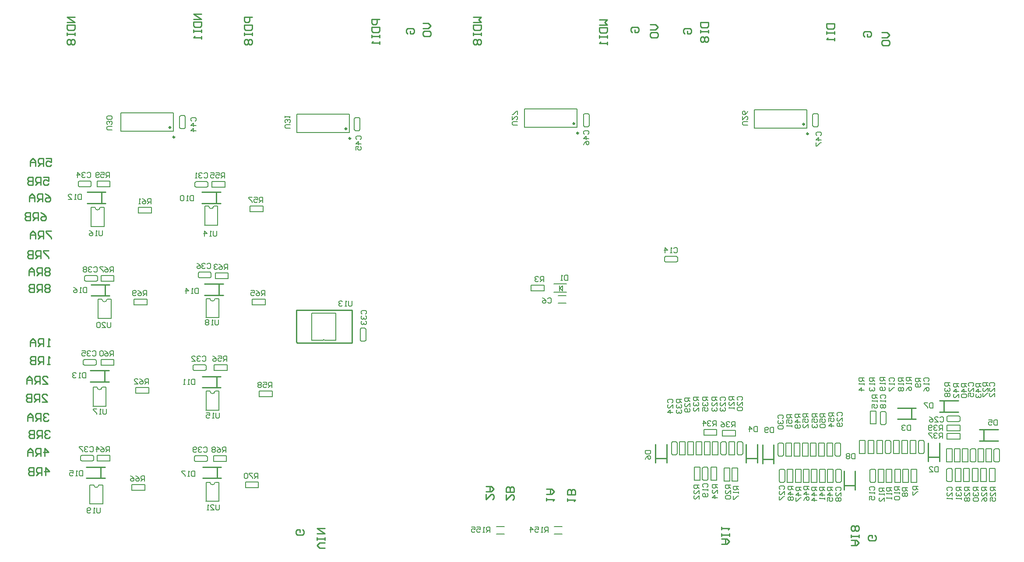
<source format=gbo>
G04*
G04 #@! TF.GenerationSoftware,Altium Limited,Altium Designer,23.10.1 (27)*
G04*
G04 Layer_Color=32896*
%FSLAX25Y25*%
%MOIN*%
G70*
G04*
G04 #@! TF.SameCoordinates,EE2D7E3A-8854-4FD1-8856-1E75453D7B45*
G04*
G04*
G04 #@! TF.FilePolarity,Positive*
G04*
G01*
G75*
%ADD10C,0.00500*%
%ADD13C,0.01000*%
%ADD16C,0.00787*%
%ADD19C,0.01181*%
%ADD150C,0.00600*%
D10*
X295878Y173969D02*
X296665Y173181D01*
X292335D02*
X293122Y173969D01*
X292335Y164913D02*
X293122Y164126D01*
X295878D02*
X296665Y164913D01*
Y173181D01*
X293122Y164126D02*
X295878D01*
X293122Y173969D02*
X295878D01*
X292335Y164913D02*
Y173181D01*
X743165Y72126D02*
Y81968D01*
X738835Y72126D02*
Y81968D01*
Y72126D02*
X743165D01*
X738835Y81968D02*
X743165D01*
X744835Y72126D02*
Y81968D01*
X749165Y72126D02*
Y81968D01*
X744835D02*
X749165D01*
X744835Y72126D02*
X749165D01*
X755165D02*
Y81968D01*
X750835Y72126D02*
Y81968D01*
Y72126D02*
X755165D01*
X750835Y81968D02*
X755165D01*
X756835Y72913D02*
Y81181D01*
X757622Y81968D02*
X760378D01*
X757622Y72126D02*
X760378D01*
X761165Y72913D02*
Y81181D01*
X760378Y72126D02*
X761165Y72913D01*
X756835D02*
X757622Y72126D01*
X756835Y81181D02*
X757622Y81968D01*
X760378D02*
X761165Y81181D01*
X762835Y72126D02*
Y81968D01*
X767165Y72126D02*
Y81968D01*
X762835D02*
X767165D01*
X762835Y72126D02*
X767165D01*
X773165D02*
Y81968D01*
X768835Y72126D02*
Y81968D01*
Y72126D02*
X773165D01*
X768835Y81968D02*
X773165D01*
X774835Y72913D02*
Y81181D01*
X775622Y81968D02*
X778378D01*
X775622Y72126D02*
X778378D01*
X779165Y72913D02*
Y81181D01*
X778378Y72126D02*
X779165Y72913D01*
X774835D02*
X775622Y72126D01*
X774835Y81181D02*
X775622Y81968D01*
X778378D02*
X779165Y81181D01*
X739126Y93665D02*
X748969D01*
X739126Y89335D02*
X748969D01*
Y93665D01*
X739126Y89335D02*
Y93665D01*
X739126Y95835D02*
X748969D01*
X739126Y100165D02*
X748969D01*
X739126Y95835D02*
Y100165D01*
X748969Y95835D02*
Y100165D01*
X717406Y79319D02*
Y87587D01*
X718193Y88374D02*
X720949D01*
X718193Y78531D02*
X720949D01*
X721737Y79319D02*
Y87587D01*
X720949Y78531D02*
X721737Y79319D01*
X717406D02*
X718193Y78531D01*
X717406Y87587D02*
X718193Y88374D01*
X720949D02*
X721737Y87587D01*
X715380Y78531D02*
Y88374D01*
X711049Y78531D02*
Y88374D01*
Y78531D02*
X715380D01*
X711049Y88374D02*
X715380D01*
X709023Y78531D02*
Y88374D01*
X704692Y78531D02*
Y88374D01*
Y78531D02*
X709023D01*
X704692Y88374D02*
X709023D01*
X698335Y78531D02*
Y88374D01*
X702665Y78531D02*
Y88374D01*
X698335D02*
X702665D01*
X698335Y78531D02*
X702665D01*
X691978Y79319D02*
Y87587D01*
X692765Y88374D02*
X695521D01*
X692765Y78531D02*
X695521D01*
X696308Y79319D02*
Y87587D01*
X695521Y78531D02*
X696308Y79319D01*
X691978D02*
X692765Y78531D01*
X691978Y87587D02*
X692765Y88374D01*
X695521D02*
X696308Y87587D01*
X685620Y78531D02*
Y88374D01*
X689951Y78531D02*
Y88374D01*
X685620D02*
X689951D01*
X685620Y78531D02*
X689951D01*
X679263D02*
X683594D01*
X679263Y88374D02*
X683594D01*
Y78531D02*
Y88374D01*
X679263Y78531D02*
Y88374D01*
X672335Y88468D02*
X676665D01*
X672335Y78626D02*
X676665D01*
X672335D02*
Y88468D01*
X676665Y78626D02*
Y88468D01*
X691878Y110468D02*
X692665Y109681D01*
X688335D02*
X689122Y110468D01*
X688335Y101413D02*
X689122Y100626D01*
X691878D02*
X692665Y101413D01*
Y109681D01*
X689122Y100626D02*
X691878D01*
X689122Y110468D02*
X691878D01*
X688335Y101413D02*
Y109681D01*
X680835Y110874D02*
X685165D01*
X680835Y101031D02*
X685165D01*
X680835D02*
Y110874D01*
X685165Y101031D02*
Y110874D01*
X610335Y77413D02*
Y85681D01*
X611122Y86468D02*
X613878D01*
X611122Y76626D02*
X613878D01*
X614665Y77413D02*
Y85681D01*
X613878Y76626D02*
X614665Y77413D01*
X610335D02*
X611122Y76626D01*
X610335Y85681D02*
X611122Y86468D01*
X613878D02*
X614665Y85681D01*
X620880Y76626D02*
Y86468D01*
X616549Y76626D02*
Y86468D01*
Y76626D02*
X620880D01*
X616549Y86468D02*
X620880D01*
X622763Y76626D02*
Y86468D01*
X627094Y76626D02*
Y86468D01*
X622763D02*
X627094D01*
X622763Y76626D02*
X627094D01*
X633308D02*
Y86468D01*
X628977Y76626D02*
Y86468D01*
Y76626D02*
X633308D01*
X628977Y86468D02*
X633308D01*
X635192Y76626D02*
Y86468D01*
X639523Y76626D02*
Y86468D01*
X635192D02*
X639523D01*
X635192Y76626D02*
X639523D01*
X645737D02*
Y86468D01*
X641406Y76626D02*
Y86468D01*
Y76626D02*
X645737D01*
X641406Y86468D02*
X645737D01*
X647620Y76626D02*
Y86468D01*
X651951Y76626D02*
Y86468D01*
X647620D02*
X651951D01*
X647620Y76626D02*
X651951D01*
X653835Y77413D02*
Y85681D01*
X654622Y86468D02*
X657378D01*
X654622Y76626D02*
X657378D01*
X658165Y77413D02*
Y85681D01*
X657378Y76626D02*
X658165Y77413D01*
X653835D02*
X654622Y76626D01*
X653835Y85681D02*
X654622Y86468D01*
X657378D02*
X658165Y85681D01*
X529335Y78319D02*
Y86587D01*
X530122Y87374D02*
X532878D01*
X530122Y77531D02*
X532878D01*
X533665Y78319D02*
Y86587D01*
X532878Y77531D02*
X533665Y78319D01*
X529335D02*
X530122Y77531D01*
X529335Y86587D02*
X530122Y87374D01*
X532878D02*
X533665Y86587D01*
X539915Y77531D02*
Y87374D01*
X535585Y77531D02*
Y87374D01*
Y77531D02*
X539915D01*
X535585Y87374D02*
X539915D01*
X541835Y77531D02*
Y87374D01*
X546165Y77531D02*
Y87374D01*
X541835D02*
X546165D01*
X541835Y77531D02*
X546165D01*
X554335D02*
Y87374D01*
X558665Y77531D02*
Y87374D01*
X554335D02*
X558665D01*
X554335Y77531D02*
X558665D01*
X552415D02*
Y87374D01*
X548085Y77531D02*
Y87374D01*
Y77531D02*
X552415D01*
X548085Y87374D02*
X552415D01*
X564915Y77531D02*
Y87374D01*
X560585Y77531D02*
Y87374D01*
Y77531D02*
X564915D01*
X560585Y87374D02*
X564915D01*
X566835Y78319D02*
Y86587D01*
X567622Y87374D02*
X570378D01*
X567622Y77531D02*
X570378D01*
X571165Y78319D02*
Y86587D01*
X570378Y77531D02*
X571165Y78319D01*
X566835D02*
X567622Y77531D01*
X566835Y86587D02*
X567622Y87374D01*
X570378D02*
X571165Y86587D01*
X577415Y77531D02*
Y87374D01*
X573085Y77531D02*
Y87374D01*
Y77531D02*
X577415D01*
X573085Y87374D02*
X577415D01*
X579335Y78319D02*
Y86587D01*
X580122Y87374D02*
X582878D01*
X580122Y77531D02*
X582878D01*
X583665Y78319D02*
Y86587D01*
X582878Y77531D02*
X583665Y78319D01*
X579335D02*
X580122Y77531D01*
X579335Y86587D02*
X580122Y87374D01*
X582878D02*
X583665Y86587D01*
X546835Y58126D02*
X551165D01*
X546835Y67968D02*
X551165D01*
Y58126D02*
Y67968D01*
X546835Y58126D02*
Y67968D01*
X552835Y58913D02*
Y67181D01*
X553622Y67968D02*
X556378D01*
X553622Y58126D02*
X556378D01*
X557165Y58913D02*
Y67181D01*
X556378Y58126D02*
X557165Y58913D01*
X552835D02*
X553622Y58126D01*
X552835Y67181D02*
X553622Y67968D01*
X556378D02*
X557165Y67181D01*
X559335Y58126D02*
Y67968D01*
X563665Y58126D02*
Y67968D01*
X559335D02*
X563665D01*
X559335Y58126D02*
X563665D01*
X573665Y57626D02*
Y67469D01*
X569335Y57626D02*
Y67469D01*
Y57626D02*
X573665D01*
X569335Y67469D02*
X573665D01*
X575335Y57626D02*
Y67469D01*
X579665Y57626D02*
Y67469D01*
X575335D02*
X579665D01*
X575335Y57626D02*
X579665D01*
X611335Y57413D02*
Y65681D01*
X612122Y66469D02*
X614878D01*
X612122Y56626D02*
X614878D01*
X615665Y57413D02*
Y65681D01*
X614878Y56626D02*
X615665Y57413D01*
X611335D02*
X612122Y56626D01*
X611335Y65681D02*
X612122Y66469D01*
X614878D02*
X615665Y65681D01*
X617478Y56626D02*
Y66469D01*
X621808Y56626D02*
Y66469D01*
X617478D02*
X621808D01*
X617478Y56626D02*
X621808D01*
X623620D02*
Y66469D01*
X627951Y56626D02*
Y66469D01*
X623620D02*
X627951D01*
X623620Y56626D02*
X627951D01*
X634094D02*
Y66469D01*
X629763Y56626D02*
Y66469D01*
Y56626D02*
X634094D01*
X629763Y66469D02*
X634094D01*
X640237Y56626D02*
Y66469D01*
X635906Y56626D02*
Y66469D01*
Y56626D02*
X640237D01*
X635906Y66469D02*
X640237D01*
X642049Y56626D02*
Y66469D01*
X646380Y56626D02*
Y66469D01*
X642049D02*
X646380D01*
X642049Y56626D02*
X646380D01*
X652523D02*
Y66469D01*
X648192Y56626D02*
Y66469D01*
Y56626D02*
X652523D01*
X648192Y66469D02*
X652523D01*
X654335Y57413D02*
Y65681D01*
X655122Y66469D02*
X657878D01*
X655122Y56626D02*
X657878D01*
X658665Y57413D02*
Y65681D01*
X657878Y56626D02*
X658665Y57413D01*
X654335D02*
X655122Y56626D01*
X654335Y65681D02*
X655122Y66469D01*
X657878D02*
X658665Y65681D01*
X680406Y57413D02*
Y65681D01*
X681193Y66469D02*
X683949D01*
X681193Y56626D02*
X683949D01*
X684737Y57413D02*
Y65681D01*
X683949Y56626D02*
X684737Y57413D01*
X680406D02*
X681193Y56626D01*
X680406Y65681D02*
X681193Y66469D01*
X683949D02*
X684737Y65681D01*
X686906Y56532D02*
Y66374D01*
X691237Y56532D02*
Y66374D01*
X686906D02*
X691237D01*
X686906Y56532D02*
X691237D01*
X692906D02*
Y66374D01*
X697237Y56532D02*
Y66374D01*
X692906D02*
X697237D01*
X692906Y56532D02*
X697237D01*
X703665Y56532D02*
Y66374D01*
X699335Y56532D02*
Y66374D01*
Y56532D02*
X703665D01*
X699335Y66374D02*
X703665D01*
X709737Y56626D02*
Y66469D01*
X705406Y56626D02*
Y66469D01*
Y56626D02*
X709737D01*
X705406Y66469D02*
X709737D01*
X711906Y56626D02*
Y66469D01*
X716237Y56626D02*
Y66469D01*
X711906D02*
X716237D01*
X711906Y56626D02*
X716237D01*
X745335Y57126D02*
Y66969D01*
X749665Y57126D02*
Y66969D01*
X745335D02*
X749665D01*
X745335Y57126D02*
X749665D01*
X756165D02*
Y66969D01*
X751835Y57126D02*
Y66969D01*
Y57126D02*
X756165D01*
X751835Y66969D02*
X756165D01*
X758335Y57126D02*
Y66969D01*
X762665Y57126D02*
Y66969D01*
X758335D02*
X762665D01*
X758335Y57126D02*
X762665D01*
X769165D02*
Y66969D01*
X764835Y57126D02*
Y66969D01*
Y57126D02*
X769165D01*
X764835Y66969D02*
X769165D01*
X771335Y57126D02*
Y66969D01*
X775665Y57126D02*
Y66969D01*
X771335D02*
X775665D01*
X771335Y57126D02*
X775665D01*
X154835Y326913D02*
Y335181D01*
X155622Y335968D02*
X158378D01*
X155622Y326126D02*
X158378D01*
X159165Y326913D02*
Y335181D01*
X158378Y326126D02*
X159165Y326913D01*
X154835D02*
X155622Y326126D01*
X154835Y335181D02*
X155622Y335968D01*
X158378D02*
X159165Y335181D01*
X287835Y325413D02*
Y333681D01*
X288622Y334469D02*
X291378D01*
X288622Y324626D02*
X291378D01*
X292165Y325413D02*
Y333681D01*
X291378Y324626D02*
X292165Y325413D01*
X287835D02*
X288622Y324626D01*
X287835Y333681D02*
X288622Y334469D01*
X291378D02*
X292165Y333681D01*
X465878Y337469D02*
X466665Y336681D01*
X462335D02*
X463122Y337469D01*
X462335Y328413D02*
X463122Y327626D01*
X465878D02*
X466665Y328413D01*
Y336681D01*
X463122Y327626D02*
X465878D01*
X463122Y337469D02*
X465878D01*
X462335Y328413D02*
Y336681D01*
X640378Y337469D02*
X641165Y336681D01*
X636835D02*
X637622Y337469D01*
X636835Y328413D02*
X637622Y327626D01*
X640378D02*
X641165Y328413D01*
Y336681D01*
X637622Y327626D02*
X640378D01*
X637622Y337469D02*
X640378D01*
X636835Y328413D02*
Y336681D01*
X524913Y224335D02*
X533181D01*
X524126Y225122D02*
Y227878D01*
X533968Y225122D02*
Y227878D01*
X524913Y228665D02*
X533181D01*
X533968Y227878D01*
X533181Y224335D02*
X533968Y225122D01*
X524126D02*
X524913Y224335D01*
X524126Y227878D02*
X524913Y228665D01*
X422532Y206665D02*
X432374D01*
X422532Y202335D02*
X432374D01*
Y206665D01*
X422532Y202335D02*
Y206665D01*
X439849Y207650D02*
X449549D01*
X443949Y202500D02*
Y206437D01*
X446311Y202500D02*
Y206437D01*
X444343Y204468D02*
X446311Y206437D01*
X444343Y204468D02*
X446311Y202500D01*
X439849Y201350D02*
X449549D01*
X120126Y191835D02*
X129969D01*
X120126Y196165D02*
X129969D01*
X120126Y191835D02*
Y196165D01*
X129969Y191835D02*
Y196165D01*
X166913Y76665D02*
X175181D01*
X175969Y73122D02*
Y75878D01*
X166126Y73122D02*
Y75878D01*
X166913Y72335D02*
X175181D01*
X166126Y73122D02*
X166913Y72335D01*
X166126Y75878D02*
X166913Y76665D01*
X175181D02*
X175969Y75878D01*
X175181Y72335D02*
X175969Y73122D01*
X180626Y72335D02*
X190469D01*
X180626Y76665D02*
X190469D01*
X180626Y72335D02*
Y76665D01*
X190469Y72335D02*
Y76665D01*
X205031Y52335D02*
X214874D01*
X205031Y56665D02*
X214874D01*
X205031Y52335D02*
Y56665D01*
X214874Y52335D02*
Y56665D01*
X83319Y214165D02*
X91587D01*
X92374Y210622D02*
Y213378D01*
X82531Y210622D02*
Y213378D01*
X83319Y209835D02*
X91587D01*
X82531Y210622D02*
X83319Y209835D01*
X82531Y213378D02*
X83319Y214165D01*
X91587D02*
X92374Y213378D01*
X91587Y209835D02*
X92374Y210622D01*
X118532Y50335D02*
X128374D01*
X118532Y54665D02*
X128374D01*
X118532Y50335D02*
Y54665D01*
X128374Y50335D02*
Y54665D01*
X95031Y209835D02*
X104874D01*
X95031Y214165D02*
X104874D01*
X95031Y209835D02*
Y214165D01*
X104874Y209835D02*
Y214165D01*
X210126Y191835D02*
X219969D01*
X210126Y196165D02*
X219969D01*
X210126Y191835D02*
Y196165D01*
X219969Y191835D02*
Y196165D01*
X80319Y77165D02*
X88587D01*
X89374Y73622D02*
Y76378D01*
X79532Y73622D02*
Y76378D01*
X80319Y72835D02*
X88587D01*
X79532Y73622D02*
X80319Y72835D01*
X79532Y76378D02*
X80319Y77165D01*
X88587D02*
X89374Y76378D01*
X88587Y72835D02*
X89374Y73622D01*
X92032Y72835D02*
X101874D01*
X92032Y77165D02*
X101874D01*
X92032Y72835D02*
Y77165D01*
X101874Y72835D02*
Y77165D01*
X182032Y211835D02*
X191874D01*
X182032Y216165D02*
X191874D01*
X182032Y211835D02*
Y216165D01*
X191874Y211835D02*
Y216165D01*
X121531Y124335D02*
X131374D01*
X121531Y128665D02*
X131374D01*
X121531Y124335D02*
Y128665D01*
X131374Y124335D02*
Y128665D01*
X169819Y216665D02*
X178087D01*
X178874Y213122D02*
Y215878D01*
X169032Y213122D02*
Y215878D01*
X169819Y212335D02*
X178087D01*
X169032Y213122D02*
X169819Y212335D01*
X169032Y215878D02*
X169819Y216665D01*
X178087D02*
X178874Y215878D01*
X178087Y212335D02*
X178874Y213122D01*
X123531Y261835D02*
X133374D01*
X123531Y266165D02*
X133374D01*
X123531Y261835D02*
Y266165D01*
X133374Y261835D02*
Y266165D01*
X78413Y286165D02*
X86681D01*
X87468Y282622D02*
Y285378D01*
X77626Y282622D02*
Y285378D01*
X78413Y281835D02*
X86681D01*
X77626Y282622D02*
X78413Y281835D01*
X77626Y285378D02*
X78413Y286165D01*
X86681D02*
X87468Y285378D01*
X86681Y281835D02*
X87468Y282622D01*
X215531Y121835D02*
X225374D01*
X215531Y126165D02*
X225374D01*
X215531Y121835D02*
Y126165D01*
X225374Y121835D02*
Y126165D01*
X82319Y150165D02*
X90587D01*
X91374Y146622D02*
Y149378D01*
X81532Y146622D02*
Y149378D01*
X82319Y145835D02*
X90587D01*
X81532Y146622D02*
X82319Y145835D01*
X81532Y149378D02*
X82319Y150165D01*
X90587D02*
X91374Y149378D01*
X90587Y145835D02*
X91374Y146622D01*
X95031Y145835D02*
X104874D01*
X95031Y150165D02*
X104874D01*
X95031Y145835D02*
Y150165D01*
X104874Y145835D02*
Y150165D01*
X92032Y281835D02*
X101874D01*
X92032Y286165D02*
X101874D01*
X92032Y281835D02*
Y286165D01*
X101874Y281835D02*
Y286165D01*
X181126Y141835D02*
X190969D01*
X181126Y146165D02*
X190969D01*
X181126Y141835D02*
Y146165D01*
X190969Y141835D02*
Y146165D01*
X165913Y146165D02*
X174181D01*
X174969Y142622D02*
Y145378D01*
X165126Y142622D02*
Y145378D01*
X165913Y141835D02*
X174181D01*
X165126Y142622D02*
X165913Y141835D01*
X165126Y145378D02*
X165913Y146165D01*
X174181D02*
X174969Y145378D01*
X174181Y141835D02*
X174969Y142622D01*
X208531Y262835D02*
X218374D01*
X208531Y267165D02*
X218374D01*
X208531Y262835D02*
Y267165D01*
X218374Y262835D02*
Y267165D01*
X167319Y285665D02*
X175587D01*
X176374Y282122D02*
Y284878D01*
X166532Y282122D02*
Y284878D01*
X167319Y281335D02*
X175587D01*
X166532Y282122D02*
X167319Y281335D01*
X166532Y284878D02*
X167319Y285665D01*
X175587D02*
X176374Y284878D01*
X175587Y281335D02*
X176374Y282122D01*
X179532Y281335D02*
X189374D01*
X179532Y285665D02*
X189374D01*
X179532Y281335D02*
Y285665D01*
X189374Y281335D02*
Y285665D01*
X738835Y57913D02*
Y66181D01*
X739622Y66969D02*
X742378D01*
X739622Y57126D02*
X742378D01*
X743165Y57913D02*
Y66181D01*
X742378Y57126D02*
X743165Y57913D01*
X738835D02*
X739622Y57126D01*
X738835Y66181D02*
X739622Y66969D01*
X742378D02*
X743165Y66181D01*
X739913Y107165D02*
X748181D01*
X748969Y103622D02*
Y106378D01*
X739126Y103622D02*
Y106378D01*
X739913Y102835D02*
X748181D01*
X739126Y103622D02*
X739913Y102835D01*
X739126Y106378D02*
X739913Y107165D01*
X748181D02*
X748969Y106378D01*
X748181Y102835D02*
X748969Y103622D01*
X554032Y92335D02*
Y96665D01*
X563874Y92335D02*
Y96665D01*
X554032Y92335D02*
X563874D01*
X554032Y96665D02*
X563874D01*
X577969Y91835D02*
Y96165D01*
X568126Y91835D02*
Y96165D01*
X577969D01*
X568126Y91835D02*
X577969D01*
X293667Y184666D02*
X293001Y185332D01*
Y186665D01*
X293667Y187332D01*
X296333D01*
X296999Y186665D01*
Y185332D01*
X296333Y184666D01*
X293667Y183333D02*
X293001Y182667D01*
Y181334D01*
X293667Y180667D01*
X294334D01*
X295000Y181334D01*
Y182000D01*
Y181334D01*
X295666Y180667D01*
X296333D01*
X296999Y181334D01*
Y182667D01*
X296333Y183333D01*
X293667Y179334D02*
X293001Y178668D01*
Y177335D01*
X293667Y176668D01*
X294334D01*
X295000Y177335D01*
Y178001D01*
Y177335D01*
X295666Y176668D01*
X296333D01*
X296999Y177335D01*
Y178668D01*
X296333Y179334D01*
X435166Y196333D02*
X435833Y196999D01*
X437166D01*
X437832Y196333D01*
Y193667D01*
X437166Y193001D01*
X435833D01*
X435166Y193667D01*
X431168Y196999D02*
X432501Y196333D01*
X433834Y195000D01*
Y193667D01*
X433167Y193001D01*
X431834D01*
X431168Y193667D01*
Y194334D01*
X431834Y195000D01*
X433834D01*
X741499Y132332D02*
X737501D01*
Y130332D01*
X738167Y129666D01*
X739500D01*
X740166Y130332D01*
Y132332D01*
Y130999D02*
X741499Y129666D01*
X738167Y128333D02*
X737501Y127666D01*
Y126334D01*
X738167Y125667D01*
X738834D01*
X739500Y126334D01*
Y127000D01*
Y126334D01*
X740166Y125667D01*
X740833D01*
X741499Y126334D01*
Y127666D01*
X740833Y128333D01*
X738167Y124334D02*
X737501Y123668D01*
Y122335D01*
X738167Y121668D01*
X738834D01*
X739500Y122335D01*
X740166Y121668D01*
X740833D01*
X741499Y122335D01*
Y123668D01*
X740833Y124334D01*
X740166D01*
X739500Y123668D01*
X738834Y124334D01*
X738167D01*
X739500Y123668D02*
Y122335D01*
X747999Y131832D02*
X744001D01*
Y129832D01*
X744667Y129166D01*
X746000D01*
X746666Y129832D01*
Y131832D01*
Y130499D02*
X747999Y129166D01*
Y125834D02*
X744001D01*
X746000Y127833D01*
Y125167D01*
X747999Y121168D02*
Y123834D01*
X745333Y121168D01*
X744667D01*
X744001Y121835D01*
Y123168D01*
X744667Y123834D01*
X753999Y131832D02*
X750001D01*
Y129832D01*
X750667Y129166D01*
X752000D01*
X752666Y129832D01*
Y131832D01*
Y130499D02*
X753999Y129166D01*
Y125834D02*
X750001D01*
X752000Y127833D01*
Y125167D01*
X750667Y123834D02*
X750001Y123168D01*
Y121835D01*
X750667Y121168D01*
X753333D01*
X753999Y121835D01*
Y123168D01*
X753333Y123834D01*
X750667D01*
X756167Y129666D02*
X755501Y130332D01*
Y131665D01*
X756167Y132332D01*
X758833D01*
X759499Y131665D01*
Y130332D01*
X758833Y129666D01*
X759499Y125667D02*
Y128333D01*
X756834Y125667D01*
X756167D01*
X755501Y126334D01*
Y127666D01*
X756167Y128333D01*
X755501Y121668D02*
Y124334D01*
X757500D01*
X756834Y123001D01*
Y122335D01*
X757500Y121668D01*
X758833D01*
X759499Y122335D01*
Y123668D01*
X758833Y124334D01*
X764999Y131832D02*
X761001D01*
Y129832D01*
X761667Y129166D01*
X763000D01*
X763666Y129832D01*
Y131832D01*
Y130499D02*
X764999Y129166D01*
Y125834D02*
X761001D01*
X763000Y127833D01*
Y125167D01*
X761667Y123834D02*
X761001Y123168D01*
Y121835D01*
X761667Y121168D01*
X762333D01*
X763000Y121835D01*
Y122501D01*
Y121835D01*
X763666Y121168D01*
X764333D01*
X764999Y121835D01*
Y123168D01*
X764333Y123834D01*
X770499Y132332D02*
X766501D01*
Y130332D01*
X767167Y129666D01*
X768500D01*
X769166Y130332D01*
Y132332D01*
Y130999D02*
X770499Y129666D01*
Y125667D02*
Y128333D01*
X767834Y125667D01*
X767167D01*
X766501Y126334D01*
Y127666D01*
X767167Y128333D01*
X766501Y124334D02*
Y121668D01*
X767167D01*
X769833Y124334D01*
X770499D01*
X772167Y129666D02*
X771501Y130332D01*
Y131665D01*
X772167Y132332D01*
X774833D01*
X775499Y131665D01*
Y130332D01*
X774833Y129666D01*
X775499Y125667D02*
Y128333D01*
X772833Y125667D01*
X772167D01*
X771501Y126334D01*
Y127666D01*
X772167Y128333D01*
X775499Y121668D02*
Y124334D01*
X772833Y121668D01*
X772167D01*
X771501Y122335D01*
Y123668D01*
X772167Y124334D01*
X735832Y90001D02*
Y93999D01*
X733832D01*
X733166Y93333D01*
Y92000D01*
X733832Y91334D01*
X735832D01*
X734499D02*
X733166Y90001D01*
X731833Y93333D02*
X731166Y93999D01*
X729834D01*
X729167Y93333D01*
Y92666D01*
X729834Y92000D01*
X730500D01*
X729834D01*
X729167Y91334D01*
Y90667D01*
X729834Y90001D01*
X731166D01*
X731833Y90667D01*
X727834Y93999D02*
X725168D01*
Y93333D01*
X727834Y90667D01*
Y90001D01*
X732332Y68499D02*
Y64501D01*
X730333D01*
X729666Y65167D01*
Y67833D01*
X730333Y68499D01*
X732332D01*
X725668Y64501D02*
X728334D01*
X725668Y67166D01*
Y67833D01*
X726334Y68499D01*
X727667D01*
X728334Y67833D01*
X735832Y96001D02*
Y99999D01*
X733832D01*
X733166Y99333D01*
Y98000D01*
X733832Y97334D01*
X735832D01*
X734499D02*
X733166Y96001D01*
X731833Y99333D02*
X731166Y99999D01*
X729834D01*
X729167Y99333D01*
Y98666D01*
X729834Y98000D01*
X730500D01*
X729834D01*
X729167Y97334D01*
Y96667D01*
X729834Y96001D01*
X731166D01*
X731833Y96667D01*
X727834D02*
X727168Y96001D01*
X725835D01*
X725168Y96667D01*
Y99333D01*
X725835Y99999D01*
X727168D01*
X727834Y99333D01*
Y98666D01*
X727168Y98000D01*
X725168D01*
X728332Y116999D02*
Y113001D01*
X726333D01*
X725666Y113667D01*
Y116333D01*
X726333Y116999D01*
X728332D01*
X724333D02*
X721668D01*
Y116333D01*
X724333Y113667D01*
Y113001D01*
X777332Y103999D02*
Y100001D01*
X775333D01*
X774666Y100667D01*
Y103333D01*
X775333Y103999D01*
X777332D01*
X770668D02*
X773334D01*
Y102000D01*
X772001Y102666D01*
X771334D01*
X770668Y102000D01*
Y100667D01*
X771334Y100001D01*
X772667D01*
X773334Y100667D01*
X711332Y99999D02*
Y96001D01*
X709333D01*
X708666Y96667D01*
Y99333D01*
X709333Y99999D01*
X711332D01*
X707334Y99333D02*
X706667Y99999D01*
X705334D01*
X704668Y99333D01*
Y98666D01*
X705334Y98000D01*
X706001D01*
X705334D01*
X704668Y97334D01*
Y96667D01*
X705334Y96001D01*
X706667D01*
X707334Y96667D01*
X722167Y133333D02*
X721501Y133999D01*
Y135332D01*
X722167Y135998D01*
X724833D01*
X725499Y135332D01*
Y133999D01*
X724833Y133333D01*
X725499Y132000D02*
Y130667D01*
Y131333D01*
X721501D01*
X722167Y132000D01*
X721501Y126002D02*
X722167Y127334D01*
X723500Y128667D01*
X724833D01*
X725499Y128001D01*
Y126668D01*
X724833Y126002D01*
X724166D01*
X723500Y126668D01*
Y128667D01*
X718999Y135832D02*
X715001D01*
Y133833D01*
X715667Y133167D01*
X717000D01*
X717666Y133833D01*
Y135832D01*
Y134499D02*
X718999Y133167D01*
X718333Y131834D02*
X718999Y131167D01*
Y129834D01*
X718333Y129168D01*
X715667D01*
X715001Y129834D01*
Y131167D01*
X715667Y131834D01*
X716334D01*
X717000Y131167D01*
Y129168D01*
X711999Y136498D02*
X708001D01*
Y134499D01*
X708667Y133833D01*
X710000D01*
X710666Y134499D01*
Y136498D01*
Y135166D02*
X711999Y133833D01*
Y132500D02*
Y131167D01*
Y131833D01*
X708001D01*
X708667Y132500D01*
X708001Y126502D02*
X708667Y127834D01*
X710000Y129167D01*
X711333D01*
X711999Y128501D01*
Y127168D01*
X711333Y126502D01*
X710666D01*
X710000Y127168D01*
Y129167D01*
X705999Y135998D02*
X702001D01*
Y133999D01*
X702667Y133333D01*
X704000D01*
X704666Y133999D01*
Y135998D01*
Y134666D02*
X705999Y133333D01*
Y132000D02*
Y130667D01*
Y131333D01*
X702001D01*
X702667Y132000D01*
Y128667D02*
X702001Y128001D01*
Y126668D01*
X702667Y126002D01*
X703334D01*
X704000Y126668D01*
X704666Y126002D01*
X705333D01*
X705999Y126668D01*
Y128001D01*
X705333Y128667D01*
X704666D01*
X704000Y128001D01*
X703334Y128667D01*
X702667D01*
X704000Y128001D02*
Y126668D01*
X695667Y133333D02*
X695001Y133999D01*
Y135332D01*
X695667Y135998D01*
X698333D01*
X698999Y135332D01*
Y133999D01*
X698333Y133333D01*
X698999Y132000D02*
Y130667D01*
Y131333D01*
X695001D01*
X695667Y132000D01*
X695001Y128667D02*
Y126002D01*
X695667D01*
X698333Y128667D01*
X698999D01*
X691999Y136498D02*
X688001D01*
Y134499D01*
X688667Y133833D01*
X690000D01*
X690666Y134499D01*
Y136498D01*
Y135166D02*
X691999Y133833D01*
Y132500D02*
Y131167D01*
Y131833D01*
X688001D01*
X688667Y132500D01*
X691333Y129167D02*
X691999Y128501D01*
Y127168D01*
X691333Y126502D01*
X688667D01*
X688001Y127168D01*
Y128501D01*
X688667Y129167D01*
X689334D01*
X690000Y128501D01*
Y126502D01*
X683999Y135998D02*
X680001D01*
Y133999D01*
X680667Y133333D01*
X682000D01*
X682666Y133999D01*
Y135998D01*
Y134666D02*
X683999Y133333D01*
Y132000D02*
Y130667D01*
Y131333D01*
X680001D01*
X680667Y132000D01*
Y128667D02*
X680001Y128001D01*
Y126668D01*
X680667Y126002D01*
X681334D01*
X682000Y126668D01*
Y127334D01*
Y126668D01*
X682666Y126002D01*
X683333D01*
X683999Y126668D01*
Y128001D01*
X683333Y128667D01*
X675999Y135998D02*
X672001D01*
Y133999D01*
X672667Y133333D01*
X674000D01*
X674666Y133999D01*
Y135998D01*
Y134666D02*
X675999Y133333D01*
Y132000D02*
Y130667D01*
Y131333D01*
X672001D01*
X672667Y132000D01*
X675999Y126668D02*
X672001D01*
X674000Y128667D01*
Y126002D01*
X689167Y120333D02*
X688501Y120999D01*
Y122332D01*
X689167Y122998D01*
X691833D01*
X692499Y122332D01*
Y120999D01*
X691833Y120333D01*
X692499Y119000D02*
Y117667D01*
Y118333D01*
X688501D01*
X689167Y119000D01*
Y115667D02*
X688501Y115001D01*
Y113668D01*
X689167Y113002D01*
X689834D01*
X690500Y113668D01*
X691166Y113002D01*
X691833D01*
X692499Y113668D01*
Y115001D01*
X691833Y115667D01*
X691166D01*
X690500Y115001D01*
X689834Y115667D01*
X689167D01*
X690500Y115001D02*
Y113668D01*
X685999Y122998D02*
X682001D01*
Y120999D01*
X682667Y120333D01*
X684000D01*
X684666Y120999D01*
Y122998D01*
Y121666D02*
X685999Y120333D01*
Y119000D02*
Y117667D01*
Y118333D01*
X682001D01*
X682667Y119000D01*
X682001Y113002D02*
Y115667D01*
X684000D01*
X683334Y114334D01*
Y113668D01*
X684000Y113002D01*
X685333D01*
X685999Y113668D01*
Y115001D01*
X685333Y115667D01*
X611167Y105166D02*
X610501Y105832D01*
Y107165D01*
X611167Y107832D01*
X613833D01*
X614499Y107165D01*
Y105832D01*
X613833Y105166D01*
X611167Y103833D02*
X610501Y103166D01*
Y101834D01*
X611167Y101167D01*
X611833D01*
X612500Y101834D01*
Y102500D01*
Y101834D01*
X613166Y101167D01*
X613833D01*
X614499Y101834D01*
Y103166D01*
X613833Y103833D01*
X611167Y99834D02*
X610501Y99168D01*
Y97835D01*
X611167Y97168D01*
X613833D01*
X614499Y97835D01*
Y99168D01*
X613833Y99834D01*
X611167D01*
X620999Y108165D02*
X617001D01*
Y106166D01*
X617667Y105499D01*
X619000D01*
X619666Y106166D01*
Y108165D01*
Y106832D02*
X620999Y105499D01*
X617001Y101501D02*
Y104166D01*
X619000D01*
X618333Y102834D01*
Y102167D01*
X619000Y101501D01*
X620333D01*
X620999Y102167D01*
Y103500D01*
X620333Y104166D01*
X620999Y100168D02*
Y98835D01*
Y99501D01*
X617001D01*
X617667Y100168D01*
X627499Y108332D02*
X623501D01*
Y106332D01*
X624167Y105666D01*
X625500D01*
X626166Y106332D01*
Y108332D01*
Y106999D02*
X627499Y105666D01*
Y102334D02*
X623501D01*
X625500Y104333D01*
Y101667D01*
X626833Y100334D02*
X627499Y99668D01*
Y98335D01*
X626833Y97668D01*
X624167D01*
X623501Y98335D01*
Y99668D01*
X624167Y100334D01*
X624833D01*
X625500Y99668D01*
Y97668D01*
X633499Y108832D02*
X629501D01*
Y106832D01*
X630167Y106166D01*
X631500D01*
X632166Y106832D01*
Y108832D01*
Y107499D02*
X633499Y106166D01*
X629501Y102167D02*
Y104833D01*
X631500D01*
X630833Y103500D01*
Y102834D01*
X631500Y102167D01*
X632833D01*
X633499Y102834D01*
Y104166D01*
X632833Y104833D01*
X633499Y98168D02*
Y100834D01*
X630833Y98168D01*
X630167D01*
X629501Y98835D01*
Y100168D01*
X630167Y100834D01*
X640499Y108832D02*
X636501D01*
Y106832D01*
X637167Y106166D01*
X638500D01*
X639166Y106832D01*
Y108832D01*
Y107499D02*
X640499Y106166D01*
X636501Y102167D02*
Y104833D01*
X638500D01*
X637833Y103500D01*
Y102834D01*
X638500Y102167D01*
X639833D01*
X640499Y102834D01*
Y104166D01*
X639833Y104833D01*
X637167Y100834D02*
X636501Y100168D01*
Y98835D01*
X637167Y98168D01*
X637833D01*
X638500Y98835D01*
Y99501D01*
Y98835D01*
X639166Y98168D01*
X639833D01*
X640499Y98835D01*
Y100168D01*
X639833Y100834D01*
X646499Y108832D02*
X642501D01*
Y106832D01*
X643167Y106166D01*
X644500D01*
X645166Y106832D01*
Y108832D01*
Y107499D02*
X646499Y106166D01*
X642501Y102167D02*
Y104833D01*
X644500D01*
X643833Y103500D01*
Y102834D01*
X644500Y102167D01*
X645833D01*
X646499Y102834D01*
Y104166D01*
X645833Y104833D01*
X643167Y100834D02*
X642501Y100168D01*
Y98835D01*
X643167Y98168D01*
X645833D01*
X646499Y98835D01*
Y100168D01*
X645833Y100834D01*
X643167D01*
X652999Y109332D02*
X649001D01*
Y107332D01*
X649667Y106666D01*
X651000D01*
X651666Y107332D01*
Y109332D01*
Y107999D02*
X652999Y106666D01*
X649001Y102667D02*
Y105333D01*
X651000D01*
X650333Y104000D01*
Y103334D01*
X651000Y102667D01*
X652333D01*
X652999Y103334D01*
Y104666D01*
X652333Y105333D01*
X652999Y99335D02*
X649001D01*
X651000Y101334D01*
Y98668D01*
X656167Y107166D02*
X655501Y107832D01*
Y109165D01*
X656167Y109832D01*
X658833D01*
X659499Y109165D01*
Y107832D01*
X658833Y107166D01*
X659499Y103167D02*
Y105833D01*
X656834Y103167D01*
X656167D01*
X655501Y103834D01*
Y105166D01*
X656167Y105833D01*
X658833Y101834D02*
X659499Y101168D01*
Y99835D01*
X658833Y99168D01*
X656167D01*
X655501Y99835D01*
Y101168D01*
X656167Y101834D01*
X656834D01*
X657500Y101168D01*
Y99168D01*
X527167Y117166D02*
X526501Y117832D01*
Y119165D01*
X527167Y119832D01*
X529833D01*
X530499Y119165D01*
Y117832D01*
X529833Y117166D01*
X530499Y113167D02*
Y115833D01*
X527834Y113167D01*
X527167D01*
X526501Y113834D01*
Y115166D01*
X527167Y115833D01*
X530499Y109835D02*
X526501D01*
X528500Y111834D01*
Y109168D01*
X536999Y119832D02*
X533001D01*
Y117832D01*
X533667Y117166D01*
X535000D01*
X535666Y117832D01*
Y119832D01*
Y118499D02*
X536999Y117166D01*
X533667Y115833D02*
X533001Y115166D01*
Y113834D01*
X533667Y113167D01*
X534334D01*
X535000Y113834D01*
Y114500D01*
Y113834D01*
X535666Y113167D01*
X536333D01*
X536999Y113834D01*
Y115166D01*
X536333Y115833D01*
X533667Y111834D02*
X533001Y111168D01*
Y109835D01*
X533667Y109168D01*
X534334D01*
X535000Y109835D01*
Y110501D01*
Y109835D01*
X535666Y109168D01*
X536333D01*
X536999Y109835D01*
Y111168D01*
X536333Y111834D01*
X543499Y120832D02*
X539501D01*
Y118832D01*
X540167Y118166D01*
X541500D01*
X542166Y118832D01*
Y120832D01*
Y119499D02*
X543499Y118166D01*
Y114167D02*
Y116833D01*
X540834Y114167D01*
X540167D01*
X539501Y114834D01*
Y116166D01*
X540167Y116833D01*
X542833Y112834D02*
X543499Y112168D01*
Y110835D01*
X542833Y110168D01*
X540167D01*
X539501Y110835D01*
Y112168D01*
X540167Y112834D01*
X540834D01*
X541500Y112168D01*
Y110168D01*
X556999Y121332D02*
X553001D01*
Y119332D01*
X553667Y118666D01*
X555000D01*
X555666Y119332D01*
Y121332D01*
Y119999D02*
X556999Y118666D01*
X553667Y117333D02*
X553001Y116666D01*
Y115334D01*
X553667Y114667D01*
X554333D01*
X555000Y115334D01*
Y116000D01*
Y115334D01*
X555666Y114667D01*
X556333D01*
X556999Y115334D01*
Y116666D01*
X556333Y117333D01*
X553001Y110668D02*
Y113334D01*
X555000D01*
X554333Y112001D01*
Y111335D01*
X555000Y110668D01*
X556333D01*
X556999Y111335D01*
Y112668D01*
X556333Y113334D01*
X549999Y121332D02*
X546001D01*
Y119332D01*
X546667Y118666D01*
X548000D01*
X548666Y119332D01*
Y121332D01*
Y119999D02*
X549999Y118666D01*
X546667Y117333D02*
X546001Y116666D01*
Y115334D01*
X546667Y114667D01*
X547333D01*
X548000Y115334D01*
Y116000D01*
Y115334D01*
X548666Y114667D01*
X549333D01*
X549999Y115334D01*
Y116666D01*
X549333Y117333D01*
X549999Y110668D02*
Y113334D01*
X547333Y110668D01*
X546667D01*
X546001Y111335D01*
Y112668D01*
X546667Y113334D01*
X563999Y121332D02*
X560001D01*
Y119332D01*
X560667Y118666D01*
X562000D01*
X562666Y119332D01*
Y121332D01*
Y119999D02*
X563999Y118666D01*
Y114667D02*
Y117333D01*
X561334Y114667D01*
X560667D01*
X560001Y115334D01*
Y116666D01*
X560667Y117333D01*
Y113334D02*
X560001Y112668D01*
Y111335D01*
X560667Y110668D01*
X561334D01*
X562000Y111335D01*
Y112001D01*
Y111335D01*
X562666Y110668D01*
X563333D01*
X563999Y111335D01*
Y112668D01*
X563333Y113334D01*
X567167Y118666D02*
X566501Y119332D01*
Y120665D01*
X567167Y121332D01*
X569833D01*
X570499Y120665D01*
Y119332D01*
X569833Y118666D01*
X570499Y114667D02*
Y117333D01*
X567834Y114667D01*
X567167D01*
X566501Y115334D01*
Y116666D01*
X567167Y117333D01*
Y113334D02*
X566501Y112668D01*
Y111335D01*
X567167Y110668D01*
X567834D01*
X568500Y111335D01*
Y112001D01*
Y111335D01*
X569166Y110668D01*
X569833D01*
X570499Y111335D01*
Y112668D01*
X569833Y113334D01*
X576999Y121665D02*
X573001D01*
Y119666D01*
X573667Y118999D01*
X575000D01*
X575666Y119666D01*
Y121665D01*
Y120332D02*
X576999Y118999D01*
Y115001D02*
Y117666D01*
X574333Y115001D01*
X573667D01*
X573001Y115667D01*
Y117000D01*
X573667Y117666D01*
X576999Y113668D02*
Y112335D01*
Y113001D01*
X573001D01*
X573667Y113668D01*
X580167Y119166D02*
X579501Y119832D01*
Y121165D01*
X580167Y121832D01*
X582833D01*
X583499Y121165D01*
Y119832D01*
X582833Y119166D01*
X583499Y115167D02*
Y117833D01*
X580833Y115167D01*
X580167D01*
X579501Y115834D01*
Y117166D01*
X580167Y117833D01*
Y113834D02*
X579501Y113168D01*
Y111835D01*
X580167Y111168D01*
X582833D01*
X583499Y111835D01*
Y113168D01*
X582833Y113834D01*
X580167D01*
X509501Y80832D02*
X513499D01*
Y78833D01*
X512833Y78166D01*
X510167D01*
X509501Y78833D01*
Y80832D01*
Y74168D02*
X510167Y75501D01*
X511500Y76833D01*
X512833D01*
X513499Y76167D01*
Y74834D01*
X512833Y74168D01*
X512166D01*
X511500Y74834D01*
Y76833D01*
X550499Y54332D02*
X546501D01*
Y52332D01*
X547167Y51666D01*
X548500D01*
X549166Y52332D01*
Y54332D01*
Y52999D02*
X550499Y51666D01*
Y47667D02*
Y50333D01*
X547833Y47667D01*
X547167D01*
X546501Y48334D01*
Y49667D01*
X547167Y50333D01*
X550499Y43668D02*
Y46334D01*
X547833Y43668D01*
X547167D01*
X546501Y44335D01*
Y45668D01*
X547167Y46334D01*
X553667Y52833D02*
X553001Y53499D01*
Y54832D01*
X553667Y55498D01*
X556333D01*
X556999Y54832D01*
Y53499D01*
X556333Y52833D01*
X556999Y51500D02*
Y50167D01*
Y50833D01*
X553001D01*
X553667Y51500D01*
X556333Y48167D02*
X556999Y47501D01*
Y46168D01*
X556333Y45502D01*
X553667D01*
X553001Y46168D01*
Y47501D01*
X553667Y48167D01*
X554334D01*
X555000Y47501D01*
Y45502D01*
X564499Y54832D02*
X560501D01*
Y52832D01*
X561167Y52166D01*
X562500D01*
X563166Y52832D01*
Y54832D01*
Y53499D02*
X564499Y52166D01*
Y48167D02*
Y50833D01*
X561833Y48167D01*
X561167D01*
X560501Y48834D01*
Y50166D01*
X561167Y50833D01*
X564499Y44835D02*
X560501D01*
X562500Y46834D01*
Y44168D01*
X574499Y54332D02*
X570501D01*
Y52332D01*
X571167Y51666D01*
X572500D01*
X573166Y52332D01*
Y54332D01*
Y52999D02*
X574499Y51666D01*
Y47667D02*
Y50333D01*
X571834Y47667D01*
X571167D01*
X570501Y48334D01*
Y49667D01*
X571167Y50333D01*
Y46334D02*
X570501Y45668D01*
Y44335D01*
X571167Y43668D01*
X573833D01*
X574499Y44335D01*
Y45668D01*
X573833Y46334D01*
X571167D01*
X580499Y53498D02*
X576501D01*
Y51499D01*
X577167Y50833D01*
X578500D01*
X579166Y51499D01*
Y53498D01*
Y52166D02*
X580499Y50833D01*
Y49500D02*
Y48167D01*
Y48833D01*
X576501D01*
X577167Y49500D01*
X576501Y46167D02*
Y43502D01*
X577167D01*
X579833Y46167D01*
X580499D01*
X612167Y51166D02*
X611501Y51832D01*
Y53165D01*
X612167Y53832D01*
X614833D01*
X615499Y53165D01*
Y51832D01*
X614833Y51166D01*
X615499Y47167D02*
Y49833D01*
X612833Y47167D01*
X612167D01*
X611501Y47834D01*
Y49167D01*
X612167Y49833D01*
X611501Y45834D02*
Y43168D01*
X612167D01*
X614833Y45834D01*
X615499D01*
X621999Y53332D02*
X618001D01*
Y51332D01*
X618667Y50666D01*
X620000D01*
X620666Y51332D01*
Y53332D01*
Y51999D02*
X621999Y50666D01*
Y47334D02*
X618001D01*
X620000Y49333D01*
Y46667D01*
X618667Y45334D02*
X618001Y44668D01*
Y43335D01*
X618667Y42668D01*
X619334D01*
X620000Y43335D01*
X620666Y42668D01*
X621333D01*
X621999Y43335D01*
Y44668D01*
X621333Y45334D01*
X620666D01*
X620000Y44668D01*
X619334Y45334D01*
X618667D01*
X620000Y44668D02*
Y43335D01*
X627999Y52832D02*
X624001D01*
Y50832D01*
X624667Y50166D01*
X626000D01*
X626666Y50832D01*
Y52832D01*
Y51499D02*
X627999Y50166D01*
Y46834D02*
X624001D01*
X626000Y48833D01*
Y46167D01*
X624001Y44834D02*
Y42168D01*
X624667D01*
X627333Y44834D01*
X627999D01*
X633999Y53332D02*
X630001D01*
Y51332D01*
X630667Y50666D01*
X632000D01*
X632666Y51332D01*
Y53332D01*
Y51999D02*
X633999Y50666D01*
Y47334D02*
X630001D01*
X632000Y49333D01*
Y46667D01*
X630001Y42668D02*
X630667Y44001D01*
X632000Y45334D01*
X633333D01*
X633999Y44668D01*
Y43335D01*
X633333Y42668D01*
X632666D01*
X632000Y43335D01*
Y45334D01*
X639999Y52832D02*
X636001D01*
Y50832D01*
X636667Y50166D01*
X638000D01*
X638666Y50832D01*
Y52832D01*
Y51499D02*
X639999Y50166D01*
Y46834D02*
X636001D01*
X638000Y48833D01*
Y46167D01*
X639999Y42835D02*
X636001D01*
X638000Y44834D01*
Y42168D01*
X645999Y52665D02*
X642001D01*
Y50666D01*
X642667Y49999D01*
X644000D01*
X644666Y50666D01*
Y52665D01*
Y51332D02*
X645999Y49999D01*
Y46667D02*
X642001D01*
X644000Y48667D01*
Y46001D01*
X645999Y44668D02*
Y43335D01*
Y44001D01*
X642001D01*
X642667Y44668D01*
X651999Y52832D02*
X648001D01*
Y50832D01*
X648667Y50166D01*
X650000D01*
X650666Y50832D01*
Y52832D01*
Y51499D02*
X651999Y50166D01*
Y46834D02*
X648001D01*
X650000Y48833D01*
Y46167D01*
X648001Y42168D02*
Y44834D01*
X650000D01*
X649333Y43501D01*
Y42835D01*
X650000Y42168D01*
X651333D01*
X651999Y42835D01*
Y44168D01*
X651333Y44834D01*
X655167Y50166D02*
X654501Y50832D01*
Y52165D01*
X655167Y52832D01*
X657833D01*
X658499Y52165D01*
Y50832D01*
X657833Y50166D01*
X658499Y46167D02*
Y48833D01*
X655833Y46167D01*
X655167D01*
X654501Y46834D01*
Y48166D01*
X655167Y48833D01*
Y44834D02*
X654501Y44168D01*
Y42835D01*
X655167Y42168D01*
X655833D01*
X656500Y42835D01*
X657166Y42168D01*
X657833D01*
X658499Y42835D01*
Y44168D01*
X657833Y44834D01*
X657166D01*
X656500Y44168D01*
X655833Y44834D01*
X655167D01*
X656500Y44168D02*
Y42835D01*
X680667Y50333D02*
X680001Y50999D01*
Y52332D01*
X680667Y52998D01*
X683333D01*
X683999Y52332D01*
Y50999D01*
X683333Y50333D01*
X683999Y49000D02*
Y47667D01*
Y48333D01*
X680001D01*
X680667Y49000D01*
X680001Y43002D02*
Y45667D01*
X682000D01*
X681334Y44335D01*
Y43668D01*
X682000Y43002D01*
X683333D01*
X683999Y43668D01*
Y45001D01*
X683333Y45667D01*
X691499Y51998D02*
X687501D01*
Y49999D01*
X688167Y49333D01*
X689500D01*
X690166Y49999D01*
Y51998D01*
Y50665D02*
X691499Y49333D01*
Y48000D02*
Y46667D01*
Y47333D01*
X687501D01*
X688167Y48000D01*
X691499Y42002D02*
Y44667D01*
X688834Y42002D01*
X688167D01*
X687501Y42668D01*
Y44001D01*
X688167Y44667D01*
X696999Y52332D02*
X693001D01*
Y50333D01*
X693667Y49666D01*
X695000D01*
X695666Y50333D01*
Y52332D01*
Y50999D02*
X696999Y49666D01*
Y48333D02*
Y47000D01*
Y47667D01*
X693001D01*
X693667Y48333D01*
X696999Y45001D02*
Y43668D01*
Y44335D01*
X693001D01*
X693667Y45001D01*
X702999Y52998D02*
X699001D01*
Y50999D01*
X699667Y50333D01*
X701000D01*
X701666Y50999D01*
Y52998D01*
Y51666D02*
X702999Y50333D01*
Y49000D02*
Y47667D01*
Y48333D01*
X699001D01*
X699667Y49000D01*
Y45667D02*
X699001Y45001D01*
Y43668D01*
X699667Y43002D01*
X702333D01*
X702999Y43668D01*
Y45001D01*
X702333Y45667D01*
X699667D01*
X708999Y52332D02*
X705001D01*
Y50333D01*
X705667Y49666D01*
X707000D01*
X707666Y50333D01*
Y52332D01*
Y50999D02*
X708999Y49666D01*
X705667Y48333D02*
X705001Y47667D01*
Y46334D01*
X705667Y45668D01*
X706334D01*
X707000Y46334D01*
X707666Y45668D01*
X708333D01*
X708999Y46334D01*
Y47667D01*
X708333Y48333D01*
X707666D01*
X707000Y47667D01*
X706334Y48333D01*
X705667D01*
X707000Y47667D02*
Y46334D01*
X716999Y53332D02*
X713001D01*
Y51333D01*
X713667Y50666D01*
X715000D01*
X715666Y51333D01*
Y53332D01*
Y51999D02*
X716999Y50666D01*
X713001Y49334D02*
Y46668D01*
X713667D01*
X716333Y49334D01*
X716999D01*
X749999Y52665D02*
X746001D01*
Y50666D01*
X746667Y49999D01*
X748000D01*
X748666Y50666D01*
Y52665D01*
Y51332D02*
X749999Y49999D01*
X746667Y48667D02*
X746001Y48000D01*
Y46667D01*
X746667Y46001D01*
X747333D01*
X748000Y46667D01*
Y47334D01*
Y46667D01*
X748666Y46001D01*
X749333D01*
X749999Y46667D01*
Y48000D01*
X749333Y48667D01*
X749999Y44668D02*
Y43335D01*
Y44001D01*
X746001D01*
X746667Y44668D01*
X756499Y52832D02*
X752501D01*
Y50832D01*
X753167Y50166D01*
X754500D01*
X755166Y50832D01*
Y52832D01*
Y51499D02*
X756499Y50166D01*
Y46167D02*
Y48833D01*
X753834Y46167D01*
X753167D01*
X752501Y46834D01*
Y48166D01*
X753167Y48833D01*
Y44834D02*
X752501Y44168D01*
Y42835D01*
X753167Y42168D01*
X753834D01*
X754500Y42835D01*
X755166Y42168D01*
X755833D01*
X756499Y42835D01*
Y44168D01*
X755833Y44834D01*
X755166D01*
X754500Y44168D01*
X753834Y44834D01*
X753167D01*
X754500Y44168D02*
Y42835D01*
X762999Y52832D02*
X759001D01*
Y50832D01*
X759667Y50166D01*
X761000D01*
X761666Y50832D01*
Y52832D01*
Y51499D02*
X762999Y50166D01*
X759667Y48833D02*
X759001Y48166D01*
Y46834D01*
X759667Y46167D01*
X760334D01*
X761000Y46834D01*
Y47500D01*
Y46834D01*
X761666Y46167D01*
X762333D01*
X762999Y46834D01*
Y48166D01*
X762333Y48833D01*
X759667Y44834D02*
X759001Y44168D01*
Y42835D01*
X759667Y42168D01*
X762333D01*
X762999Y42835D01*
Y44168D01*
X762333Y44834D01*
X759667D01*
X769499Y52832D02*
X765501D01*
Y50832D01*
X766167Y50166D01*
X767500D01*
X768166Y50832D01*
Y52832D01*
Y51499D02*
X769499Y50166D01*
Y46167D02*
Y48833D01*
X766834Y46167D01*
X766167D01*
X765501Y46834D01*
Y48166D01*
X766167Y48833D01*
X765501Y42168D02*
X766167Y43501D01*
X767500Y44834D01*
X768833D01*
X769499Y44168D01*
Y42835D01*
X768833Y42168D01*
X768166D01*
X767500Y42835D01*
Y44834D01*
X775999Y52832D02*
X772001D01*
Y50832D01*
X772667Y50166D01*
X774000D01*
X774666Y50832D01*
Y52832D01*
Y51499D02*
X775999Y50166D01*
Y46167D02*
Y48833D01*
X773334Y46167D01*
X772667D01*
X772001Y46834D01*
Y48166D01*
X772667Y48833D01*
X772001Y42168D02*
Y44834D01*
X774000D01*
X773334Y43501D01*
Y42835D01*
X774000Y42168D01*
X775333D01*
X775999Y42835D01*
Y44168D01*
X775333Y44834D01*
X166498Y64999D02*
Y61001D01*
X164499D01*
X163833Y61667D01*
Y64333D01*
X164499Y64999D01*
X166498D01*
X162500Y61001D02*
X161167D01*
X161833D01*
Y64999D01*
X162500Y64333D01*
X159167Y64999D02*
X156502D01*
Y64333D01*
X159167Y61667D01*
Y61001D01*
X185165Y39499D02*
Y36167D01*
X184499Y35501D01*
X183166D01*
X182499Y36167D01*
Y39499D01*
X178501Y35501D02*
X181167D01*
X178501Y38166D01*
Y38833D01*
X179167Y39499D01*
X180500D01*
X181167Y38833D01*
X177168Y35501D02*
X175835D01*
X176501D01*
Y39499D01*
X177168Y38833D01*
X80998Y65499D02*
Y61501D01*
X78999D01*
X78333Y62167D01*
Y64833D01*
X78999Y65499D01*
X80998D01*
X77000Y61501D02*
X75667D01*
X76333D01*
Y65499D01*
X77000Y64833D01*
X71002Y65499D02*
X73667D01*
Y63500D01*
X72334Y64166D01*
X71668D01*
X71002Y63500D01*
Y62167D01*
X71668Y61501D01*
X73001D01*
X73667Y62167D01*
X94498Y36999D02*
Y33667D01*
X93832Y33001D01*
X92499D01*
X91833Y33667D01*
Y36999D01*
X90500Y33001D02*
X89167D01*
X89833D01*
Y36999D01*
X90500Y36333D01*
X87167Y33667D02*
X86501Y33001D01*
X85168D01*
X84502Y33667D01*
Y36333D01*
X85168Y36999D01*
X86501D01*
X87167Y36333D01*
Y35666D01*
X86501Y35000D01*
X84502D01*
X166332Y134999D02*
Y131001D01*
X164333D01*
X163666Y131667D01*
Y134333D01*
X164333Y134999D01*
X166332D01*
X162333Y131001D02*
X161000D01*
X161667D01*
Y134999D01*
X162333Y134333D01*
X159001Y131001D02*
X157668D01*
X158335D01*
Y134999D01*
X159001Y134333D01*
X184998Y109499D02*
Y106167D01*
X184332Y105501D01*
X182999D01*
X182333Y106167D01*
Y109499D01*
X181000Y105501D02*
X179667D01*
X180333D01*
Y109499D01*
X181000Y108833D01*
X175002Y109499D02*
X177667D01*
Y107500D01*
X176335Y108167D01*
X175668D01*
X175002Y107500D01*
Y106167D01*
X175668Y105501D01*
X177001D01*
X177667Y106167D01*
X83498Y139999D02*
Y136001D01*
X81499D01*
X80833Y136667D01*
Y139333D01*
X81499Y139999D01*
X83498D01*
X79500Y136001D02*
X78167D01*
X78833D01*
Y139999D01*
X79500Y139333D01*
X76167D02*
X75501Y139999D01*
X74168D01*
X73502Y139333D01*
Y138666D01*
X74168Y138000D01*
X74835D01*
X74168D01*
X73502Y137334D01*
Y136667D01*
X74168Y136001D01*
X75501D01*
X76167Y136667D01*
X98998Y112499D02*
Y109167D01*
X98332Y108501D01*
X96999D01*
X96333Y109167D01*
Y112499D01*
X95000Y108501D02*
X93667D01*
X94333D01*
Y112499D01*
X95000Y111833D01*
X91667Y112499D02*
X89002D01*
Y111833D01*
X91667Y109167D01*
Y108501D01*
X184498Y180499D02*
Y177167D01*
X183832Y176501D01*
X182499D01*
X181833Y177167D01*
Y180499D01*
X180500Y176501D02*
X179167D01*
X179833D01*
Y180499D01*
X180500Y179833D01*
X177167D02*
X176501Y180499D01*
X175168D01*
X174502Y179833D01*
Y179166D01*
X175168Y178500D01*
X174502Y177833D01*
Y177167D01*
X175168Y176501D01*
X176501D01*
X177167Y177167D01*
Y177833D01*
X176501Y178500D01*
X177167Y179166D01*
Y179833D01*
X176501Y178500D02*
X175168D01*
X168998Y204499D02*
Y200501D01*
X166999D01*
X166333Y201167D01*
Y203833D01*
X166999Y204499D01*
X168998D01*
X165000Y200501D02*
X163667D01*
X164333D01*
Y204499D01*
X165000Y203833D01*
X159668Y200501D02*
Y204499D01*
X161667Y202500D01*
X159002D01*
X102332Y178499D02*
Y175167D01*
X101665Y174501D01*
X100332D01*
X99666Y175167D01*
Y178499D01*
X95667Y174501D02*
X98333D01*
X95667Y177166D01*
Y177833D01*
X96334Y178499D01*
X97666D01*
X98333Y177833D01*
X94334D02*
X93668Y178499D01*
X92335D01*
X91668Y177833D01*
Y175167D01*
X92335Y174501D01*
X93668D01*
X94334Y175167D01*
Y177833D01*
X83998Y204999D02*
Y201001D01*
X81999D01*
X81333Y201667D01*
Y204333D01*
X81999Y204999D01*
X83998D01*
X80000Y201001D02*
X78667D01*
X79333D01*
Y204999D01*
X80000Y204333D01*
X74002Y204999D02*
X75335Y204333D01*
X76667Y203000D01*
Y201667D01*
X76001Y201001D01*
X74668D01*
X74002Y201667D01*
Y202333D01*
X74668Y203000D01*
X76667D01*
X165498Y274999D02*
Y271001D01*
X163499D01*
X162833Y271667D01*
Y274333D01*
X163499Y274999D01*
X165498D01*
X161500Y271001D02*
X160167D01*
X160833D01*
Y274999D01*
X161500Y274333D01*
X158167D02*
X157501Y274999D01*
X156168D01*
X155502Y274333D01*
Y271667D01*
X156168Y271001D01*
X157501D01*
X158167Y271667D01*
Y274333D01*
X182998Y247999D02*
Y244667D01*
X182332Y244001D01*
X180999D01*
X180333Y244667D01*
Y247999D01*
X179000Y244001D02*
X177667D01*
X178333D01*
Y247999D01*
X179000Y247333D01*
X173668Y244001D02*
Y247999D01*
X175667Y246000D01*
X173002D01*
X95998Y248499D02*
Y245167D01*
X95332Y244501D01*
X93999D01*
X93333Y245167D01*
Y248499D01*
X92000Y244501D02*
X90667D01*
X91333D01*
Y248499D01*
X92000Y247833D01*
X86002Y248499D02*
X87335Y247833D01*
X88667Y246500D01*
Y245167D01*
X88001Y244501D01*
X86668D01*
X86002Y245167D01*
Y245834D01*
X86668Y246500D01*
X88667D01*
X79998Y275999D02*
Y272001D01*
X77999D01*
X77333Y272667D01*
Y275333D01*
X77999Y275999D01*
X79998D01*
X76000Y272001D02*
X74667D01*
X75333D01*
Y275999D01*
X76000Y275333D01*
X70002Y272001D02*
X72667D01*
X70002Y274666D01*
Y275333D01*
X70668Y275999D01*
X72001D01*
X72667Y275333D01*
X103499Y325168D02*
X100167D01*
X99501Y325835D01*
Y327168D01*
X100167Y327834D01*
X103499D01*
X102833Y329167D02*
X103499Y329834D01*
Y331166D01*
X102833Y331833D01*
X102166D01*
X101500Y331166D01*
Y330500D01*
Y331166D01*
X100833Y331833D01*
X100167D01*
X99501Y331166D01*
Y329834D01*
X100167Y329167D01*
X102833Y333166D02*
X103499Y333832D01*
Y335165D01*
X102833Y335832D01*
X100167D01*
X99501Y335165D01*
Y333832D01*
X100167Y333166D01*
X102833D01*
X164167Y331666D02*
X163501Y332332D01*
Y333665D01*
X164167Y334332D01*
X166833D01*
X167499Y333665D01*
Y332332D01*
X166833Y331666D01*
X167499Y328334D02*
X163501D01*
X165500Y330333D01*
Y327667D01*
X167499Y324335D02*
X163501D01*
X165500Y326334D01*
Y323668D01*
X238999Y326335D02*
X235667D01*
X235001Y327001D01*
Y328334D01*
X235667Y329001D01*
X238999D01*
X238333Y330333D02*
X238999Y331000D01*
Y332333D01*
X238333Y332999D01*
X237666D01*
X237000Y332333D01*
Y331666D01*
Y332333D01*
X236333Y332999D01*
X235667D01*
X235001Y332333D01*
Y331000D01*
X235667Y330333D01*
X235001Y334332D02*
Y335665D01*
Y334999D01*
X238999D01*
X238333Y334332D01*
X289667Y317666D02*
X289001Y318332D01*
Y319665D01*
X289667Y320332D01*
X292333D01*
X292999Y319665D01*
Y318332D01*
X292333Y317666D01*
X292999Y314334D02*
X289001D01*
X291000Y316333D01*
Y313667D01*
X289001Y309668D02*
Y312334D01*
X291000D01*
X290334Y311001D01*
Y310335D01*
X291000Y309668D01*
X292333D01*
X292999Y310335D01*
Y311668D01*
X292333Y312334D01*
X411999Y328668D02*
X408667D01*
X408001Y329335D01*
Y330668D01*
X408667Y331334D01*
X411999D01*
X408001Y335333D02*
Y332667D01*
X410666Y335333D01*
X411333D01*
X411999Y334666D01*
Y333333D01*
X411333Y332667D01*
X411999Y336666D02*
Y339332D01*
X411333D01*
X408667Y336666D01*
X408001D01*
X463167Y321666D02*
X462501Y322332D01*
Y323665D01*
X463167Y324332D01*
X465833D01*
X466499Y323665D01*
Y322332D01*
X465833Y321666D01*
X466499Y318334D02*
X462501D01*
X464500Y320333D01*
Y317667D01*
X462501Y313668D02*
X463167Y315001D01*
X464500Y316334D01*
X465833D01*
X466499Y315668D01*
Y314335D01*
X465833Y313668D01*
X465166D01*
X464500Y314335D01*
Y316334D01*
X587499Y328668D02*
X584167D01*
X583501Y329335D01*
Y330668D01*
X584167Y331334D01*
X587499D01*
X583501Y335333D02*
Y332667D01*
X586166Y335333D01*
X586833D01*
X587499Y334666D01*
Y333333D01*
X586833Y332667D01*
X587499Y339332D02*
X586833Y337999D01*
X585500Y336666D01*
X584167D01*
X583501Y337332D01*
Y338665D01*
X584167Y339332D01*
X584833D01*
X585500Y338665D01*
Y336666D01*
X640167Y320666D02*
X639501Y321332D01*
Y322665D01*
X640167Y323332D01*
X642833D01*
X643499Y322665D01*
Y321332D01*
X642833Y320666D01*
X643499Y317334D02*
X639501D01*
X641500Y319333D01*
Y316667D01*
X639501Y315334D02*
Y312668D01*
X640167D01*
X642833Y315334D01*
X643499D01*
X286000Y194699D02*
Y191367D01*
X285334Y190700D01*
X284001D01*
X283334Y191367D01*
Y194699D01*
X282001Y190700D02*
X280668D01*
X281335D01*
Y194699D01*
X282001Y194032D01*
X278669D02*
X278003Y194699D01*
X276670D01*
X276003Y194032D01*
Y193366D01*
X276670Y192699D01*
X277336D01*
X276670D01*
X276003Y192033D01*
Y191367D01*
X276670Y190700D01*
X278003D01*
X278669Y191367D01*
X390998Y18501D02*
Y22499D01*
X388998D01*
X388332Y21833D01*
Y20500D01*
X388998Y19834D01*
X390998D01*
X389665D02*
X388332Y18501D01*
X386999D02*
X385666D01*
X386333D01*
Y22499D01*
X386999Y21833D01*
X381001Y22499D02*
X383667D01*
Y20500D01*
X382334Y21167D01*
X381667D01*
X381001Y20500D01*
Y19167D01*
X381667Y18501D01*
X383000D01*
X383667Y19167D01*
X377002Y22499D02*
X379668D01*
Y20500D01*
X378335Y21167D01*
X377669D01*
X377002Y20500D01*
Y19167D01*
X377669Y18501D01*
X379002D01*
X379668Y19167D01*
X435498Y18501D02*
Y22499D01*
X433498D01*
X432832Y21833D01*
Y20500D01*
X433498Y19834D01*
X435498D01*
X434165D02*
X432832Y18501D01*
X431499D02*
X430166D01*
X430833D01*
Y22499D01*
X431499Y21833D01*
X425501Y22499D02*
X428167D01*
Y20500D01*
X426834Y21167D01*
X426167D01*
X425501Y20500D01*
Y19167D01*
X426167Y18501D01*
X427500D01*
X428167Y19167D01*
X422169Y18501D02*
Y22499D01*
X424168Y20500D01*
X421502D01*
X214600Y59400D02*
Y63399D01*
X212601D01*
X211934Y62732D01*
Y61399D01*
X212601Y60733D01*
X214600D01*
X213267D02*
X211934Y59400D01*
X210601Y63399D02*
X207936D01*
Y62732D01*
X210601Y60066D01*
Y59400D01*
X206603Y62732D02*
X205936Y63399D01*
X204603D01*
X203937Y62732D01*
Y60066D01*
X204603Y59400D01*
X205936D01*
X206603Y60066D01*
Y62732D01*
X129700Y198900D02*
Y202899D01*
X127701D01*
X127034Y202232D01*
Y200899D01*
X127701Y200233D01*
X129700D01*
X128367D02*
X127034Y198900D01*
X123036Y202899D02*
X124368Y202232D01*
X125701Y200899D01*
Y199566D01*
X125035Y198900D01*
X123702D01*
X123036Y199566D01*
Y200233D01*
X123702Y200899D01*
X125701D01*
X121703Y199566D02*
X121036Y198900D01*
X119703D01*
X119037Y199566D01*
Y202232D01*
X119703Y202899D01*
X121036D01*
X121703Y202232D01*
Y201566D01*
X121036Y200899D01*
X119037D01*
X190200Y79400D02*
Y83399D01*
X188201D01*
X187534Y82732D01*
Y81399D01*
X188201Y80733D01*
X190200D01*
X188867D02*
X187534Y79400D01*
X183536Y83399D02*
X184868Y82732D01*
X186201Y81399D01*
Y80066D01*
X185535Y79400D01*
X184202D01*
X183536Y80066D01*
Y80733D01*
X184202Y81399D01*
X186201D01*
X182203Y82732D02*
X181536Y83399D01*
X180203D01*
X179537Y82732D01*
Y82066D01*
X180203Y81399D01*
X179537Y80733D01*
Y80066D01*
X180203Y79400D01*
X181536D01*
X182203Y80066D01*
Y80733D01*
X181536Y81399D01*
X182203Y82066D01*
Y82732D01*
X181536Y81399D02*
X180203D01*
X104600Y216900D02*
Y220899D01*
X102601D01*
X101934Y220232D01*
Y218899D01*
X102601Y218233D01*
X104600D01*
X103267D02*
X101934Y216900D01*
X97935Y220899D02*
X99268Y220232D01*
X100601Y218899D01*
Y217566D01*
X99935Y216900D01*
X98602D01*
X97935Y217566D01*
Y218233D01*
X98602Y218899D01*
X100601D01*
X96603Y220899D02*
X93937D01*
Y220232D01*
X96603Y217566D01*
Y216900D01*
X128100Y57400D02*
Y61399D01*
X126101D01*
X125434Y60732D01*
Y59399D01*
X126101Y58733D01*
X128100D01*
X126767D02*
X125434Y57400D01*
X121435Y61399D02*
X122768Y60732D01*
X124101Y59399D01*
Y58066D01*
X123435Y57400D01*
X122102D01*
X121435Y58066D01*
Y58733D01*
X122102Y59399D01*
X124101D01*
X117437Y61399D02*
X118770Y60732D01*
X120103Y59399D01*
Y58066D01*
X119436Y57400D01*
X118103D01*
X117437Y58066D01*
Y58733D01*
X118103Y59399D01*
X120103D01*
X219700Y198900D02*
Y202899D01*
X217701D01*
X217034Y202232D01*
Y200899D01*
X217701Y200233D01*
X219700D01*
X218367D02*
X217034Y198900D01*
X213035Y202899D02*
X214368Y202232D01*
X215701Y200899D01*
Y199566D01*
X215035Y198900D01*
X213702D01*
X213035Y199566D01*
Y200233D01*
X213702Y200899D01*
X215701D01*
X209037Y202899D02*
X211703D01*
Y200899D01*
X210370Y201566D01*
X209703D01*
X209037Y200899D01*
Y199566D01*
X209703Y198900D01*
X211036D01*
X211703Y199566D01*
X101600Y79900D02*
Y83899D01*
X99601D01*
X98934Y83232D01*
Y81899D01*
X99601Y81233D01*
X101600D01*
X100267D02*
X98934Y79900D01*
X94936Y83899D02*
X96268Y83232D01*
X97601Y81899D01*
Y80566D01*
X96935Y79900D01*
X95602D01*
X94936Y80566D01*
Y81233D01*
X95602Y81899D01*
X97601D01*
X91603Y79900D02*
Y83899D01*
X93603Y81899D01*
X90937D01*
X191600Y218900D02*
Y222899D01*
X189601D01*
X188934Y222232D01*
Y220899D01*
X189601Y220233D01*
X191600D01*
X190267D02*
X188934Y218900D01*
X184935Y222899D02*
X186268Y222232D01*
X187601Y220899D01*
Y219566D01*
X186935Y218900D01*
X185602D01*
X184935Y219566D01*
Y220233D01*
X185602Y220899D01*
X187601D01*
X183603Y222232D02*
X182936Y222899D01*
X181603D01*
X180937Y222232D01*
Y221566D01*
X181603Y220899D01*
X182270D01*
X181603D01*
X180937Y220233D01*
Y219566D01*
X181603Y218900D01*
X182936D01*
X183603Y219566D01*
X131100Y131400D02*
Y135399D01*
X129101D01*
X128434Y134732D01*
Y133399D01*
X129101Y132733D01*
X131100D01*
X129767D02*
X128434Y131400D01*
X124435Y135399D02*
X125768Y134732D01*
X127101Y133399D01*
Y132067D01*
X126435Y131400D01*
X125102D01*
X124435Y132067D01*
Y132733D01*
X125102Y133399D01*
X127101D01*
X120437Y131400D02*
X123103D01*
X120437Y134066D01*
Y134732D01*
X121103Y135399D01*
X122436D01*
X123103Y134732D01*
X133100Y268900D02*
Y272899D01*
X131101D01*
X130434Y272232D01*
Y270899D01*
X131101Y270233D01*
X133100D01*
X131767D02*
X130434Y268900D01*
X126435Y272899D02*
X127768Y272232D01*
X129101Y270899D01*
Y269566D01*
X128435Y268900D01*
X127102D01*
X126435Y269566D01*
Y270233D01*
X127102Y270899D01*
X129101D01*
X125103Y268900D02*
X123770D01*
X124436D01*
Y272899D01*
X125103Y272232D01*
X104600Y152900D02*
Y156899D01*
X102601D01*
X101934Y156232D01*
Y154899D01*
X102601Y154233D01*
X104600D01*
X103267D02*
X101934Y152900D01*
X97935Y156899D02*
X99268Y156232D01*
X100601Y154899D01*
Y153567D01*
X99935Y152900D01*
X98602D01*
X97935Y153567D01*
Y154233D01*
X98602Y154899D01*
X100601D01*
X96603Y156232D02*
X95936Y156899D01*
X94603D01*
X93937Y156232D01*
Y153567D01*
X94603Y152900D01*
X95936D01*
X96603Y153567D01*
Y156232D01*
X101600Y288900D02*
Y292899D01*
X99601D01*
X98934Y292232D01*
Y290899D01*
X99601Y290233D01*
X101600D01*
X100267D02*
X98934Y288900D01*
X94936Y292899D02*
X97601D01*
Y290899D01*
X96268Y291566D01*
X95602D01*
X94936Y290899D01*
Y289566D01*
X95602Y288900D01*
X96935D01*
X97601Y289566D01*
X93603D02*
X92936Y288900D01*
X91603D01*
X90937Y289566D01*
Y292232D01*
X91603Y292899D01*
X92936D01*
X93603Y292232D01*
Y291566D01*
X92936Y290899D01*
X90937D01*
X225100Y128900D02*
Y132899D01*
X223101D01*
X222434Y132232D01*
Y130899D01*
X223101Y130233D01*
X225100D01*
X223767D02*
X222434Y128900D01*
X218436Y132899D02*
X221101D01*
Y130899D01*
X219768Y131566D01*
X219102D01*
X218436Y130899D01*
Y129567D01*
X219102Y128900D01*
X220435D01*
X221101Y129567D01*
X217103Y132232D02*
X216436Y132899D01*
X215103D01*
X214437Y132232D01*
Y131566D01*
X215103Y130899D01*
X214437Y130233D01*
Y129567D01*
X215103Y128900D01*
X216436D01*
X217103Y129567D01*
Y130233D01*
X216436Y130899D01*
X217103Y131566D01*
Y132232D01*
X216436Y130899D02*
X215103D01*
X218100Y269900D02*
Y273899D01*
X216101D01*
X215434Y273232D01*
Y271899D01*
X216101Y271233D01*
X218100D01*
X216767D02*
X215434Y269900D01*
X211436Y273899D02*
X214101D01*
Y271899D01*
X212768Y272566D01*
X212102D01*
X211436Y271899D01*
Y270566D01*
X212102Y269900D01*
X213435D01*
X214101Y270566D01*
X210103Y273899D02*
X207437D01*
Y273232D01*
X210103Y270566D01*
Y269900D01*
X190700Y148900D02*
Y152899D01*
X188701D01*
X188034Y152232D01*
Y150899D01*
X188701Y150233D01*
X190700D01*
X189367D02*
X188034Y148900D01*
X184036Y152899D02*
X186701D01*
Y150899D01*
X185368Y151566D01*
X184702D01*
X184036Y150899D01*
Y149566D01*
X184702Y148900D01*
X186035D01*
X186701Y149566D01*
X180037Y152899D02*
X181370Y152232D01*
X182703Y150899D01*
Y149566D01*
X182036Y148900D01*
X180703D01*
X180037Y149566D01*
Y150233D01*
X180703Y150899D01*
X182703D01*
X189100Y288400D02*
Y292399D01*
X187101D01*
X186434Y291732D01*
Y290399D01*
X187101Y289733D01*
X189100D01*
X187767D02*
X186434Y288400D01*
X182436Y292399D02*
X185101D01*
Y290399D01*
X183768Y291066D01*
X183102D01*
X182436Y290399D01*
Y289066D01*
X183102Y288400D01*
X184435D01*
X185101Y289066D01*
X178437Y292399D02*
X181103D01*
Y290399D01*
X179770Y291066D01*
X179103D01*
X178437Y290399D01*
Y289066D01*
X179103Y288400D01*
X180436D01*
X181103Y289066D01*
X577700Y98900D02*
Y102899D01*
X575701D01*
X575034Y102232D01*
Y100899D01*
X575701Y100233D01*
X577700D01*
X576367D02*
X575034Y98900D01*
X573701Y102232D02*
X573035Y102899D01*
X571702D01*
X571035Y102232D01*
Y101566D01*
X571702Y100899D01*
X572368D01*
X571702D01*
X571035Y100233D01*
Y99566D01*
X571702Y98900D01*
X573035D01*
X573701Y99566D01*
X567037Y102899D02*
X568370Y102232D01*
X569703Y100899D01*
Y99566D01*
X569036Y98900D01*
X567703D01*
X567037Y99566D01*
Y100233D01*
X567703Y100899D01*
X569703D01*
X563600Y99400D02*
Y103399D01*
X561601D01*
X560934Y102732D01*
Y101399D01*
X561601Y100733D01*
X563600D01*
X562267D02*
X560934Y99400D01*
X559601Y102732D02*
X558935Y103399D01*
X557602D01*
X556936Y102732D01*
Y102066D01*
X557602Y101399D01*
X558268D01*
X557602D01*
X556936Y100733D01*
Y100066D01*
X557602Y99400D01*
X558935D01*
X559601Y100066D01*
X553603Y99400D02*
Y103399D01*
X555603Y101399D01*
X552937D01*
X432100Y209400D02*
Y213399D01*
X430101D01*
X429434Y212732D01*
Y211399D01*
X430101Y210733D01*
X432100D01*
X430767D02*
X429434Y209400D01*
X428101Y212732D02*
X427435Y213399D01*
X426102D01*
X425435Y212732D01*
Y212066D01*
X426102Y211399D01*
X426768D01*
X426102D01*
X425435Y210733D01*
Y210066D01*
X426102Y209400D01*
X427435D01*
X428101Y210066D01*
X607200Y98499D02*
Y94500D01*
X605201D01*
X604534Y95166D01*
Y97832D01*
X605201Y98499D01*
X607200D01*
X603201Y95166D02*
X602535Y94500D01*
X601202D01*
X600535Y95166D01*
Y97832D01*
X601202Y98499D01*
X602535D01*
X603201Y97832D01*
Y97166D01*
X602535Y96499D01*
X600535D01*
X669200Y78499D02*
Y74500D01*
X667201D01*
X666534Y75166D01*
Y77832D01*
X667201Y78499D01*
X669200D01*
X665201Y77832D02*
X664535Y78499D01*
X663202D01*
X662535Y77832D01*
Y77166D01*
X663202Y76499D01*
X662535Y75833D01*
Y75166D01*
X663202Y74500D01*
X664535D01*
X665201Y75166D01*
Y75833D01*
X664535Y76499D01*
X665201Y77166D01*
Y77832D01*
X664535Y76499D02*
X663202D01*
X594700Y98999D02*
Y95000D01*
X592701D01*
X592034Y95666D01*
Y98332D01*
X592701Y98999D01*
X594700D01*
X588702Y95000D02*
Y98999D01*
X590701Y96999D01*
X588035D01*
X450600Y214399D02*
Y210400D01*
X448601D01*
X447934Y211066D01*
Y213732D01*
X448601Y214399D01*
X450600D01*
X446601Y210400D02*
X445268D01*
X445935D01*
Y214399D01*
X446601Y213732D01*
X173034Y82732D02*
X173701Y83399D01*
X175033D01*
X175700Y82732D01*
Y80066D01*
X175033Y79400D01*
X173701D01*
X173034Y80066D01*
X171701Y82732D02*
X171035Y83399D01*
X169702D01*
X169035Y82732D01*
Y82066D01*
X169702Y81399D01*
X170368D01*
X169702D01*
X169035Y80733D01*
Y80066D01*
X169702Y79400D01*
X171035D01*
X171701Y80066D01*
X167703D02*
X167036Y79400D01*
X165703D01*
X165037Y80066D01*
Y82732D01*
X165703Y83399D01*
X167036D01*
X167703Y82732D01*
Y82066D01*
X167036Y81399D01*
X165037D01*
X89434Y220232D02*
X90101Y220899D01*
X91434D01*
X92100Y220232D01*
Y217566D01*
X91434Y216900D01*
X90101D01*
X89434Y217566D01*
X88101Y220232D02*
X87435Y220899D01*
X86102D01*
X85435Y220232D01*
Y219566D01*
X86102Y218899D01*
X86768D01*
X86102D01*
X85435Y218233D01*
Y217566D01*
X86102Y216900D01*
X87435D01*
X88101Y217566D01*
X84103Y220232D02*
X83436Y220899D01*
X82103D01*
X81437Y220232D01*
Y219566D01*
X82103Y218899D01*
X81437Y218233D01*
Y217566D01*
X82103Y216900D01*
X83436D01*
X84103Y217566D01*
Y218233D01*
X83436Y218899D01*
X84103Y219566D01*
Y220232D01*
X83436Y218899D02*
X82103D01*
X86434Y83232D02*
X87101Y83899D01*
X88434D01*
X89100Y83232D01*
Y80566D01*
X88434Y79900D01*
X87101D01*
X86434Y80566D01*
X85101Y83232D02*
X84435Y83899D01*
X83102D01*
X82436Y83232D01*
Y82566D01*
X83102Y81899D01*
X83768D01*
X83102D01*
X82436Y81233D01*
Y80566D01*
X83102Y79900D01*
X84435D01*
X85101Y80566D01*
X81103Y83899D02*
X78437D01*
Y83232D01*
X81103Y80566D01*
Y79900D01*
X175934Y222732D02*
X176601Y223399D01*
X177934D01*
X178600Y222732D01*
Y220066D01*
X177934Y219400D01*
X176601D01*
X175934Y220066D01*
X174601Y222732D02*
X173935Y223399D01*
X172602D01*
X171935Y222732D01*
Y222066D01*
X172602Y221399D01*
X173268D01*
X172602D01*
X171935Y220733D01*
Y220066D01*
X172602Y219400D01*
X173935D01*
X174601Y220066D01*
X167937Y223399D02*
X169270Y222732D01*
X170603Y221399D01*
Y220066D01*
X169936Y219400D01*
X168603D01*
X167937Y220066D01*
Y220733D01*
X168603Y221399D01*
X170603D01*
X88434Y156232D02*
X89101Y156899D01*
X90434D01*
X91100Y156232D01*
Y153567D01*
X90434Y152900D01*
X89101D01*
X88434Y153567D01*
X87101Y156232D02*
X86435Y156899D01*
X85102D01*
X84435Y156232D01*
Y155566D01*
X85102Y154899D01*
X85768D01*
X85102D01*
X84435Y154233D01*
Y153567D01*
X85102Y152900D01*
X86435D01*
X87101Y153567D01*
X80437Y156899D02*
X83103D01*
Y154899D01*
X81770Y155566D01*
X81103D01*
X80437Y154899D01*
Y153567D01*
X81103Y152900D01*
X82436D01*
X83103Y153567D01*
X84534Y292232D02*
X85201Y292899D01*
X86534D01*
X87200Y292232D01*
Y289566D01*
X86534Y288900D01*
X85201D01*
X84534Y289566D01*
X83201Y292232D02*
X82535Y292899D01*
X81202D01*
X80536Y292232D01*
Y291566D01*
X81202Y290899D01*
X81868D01*
X81202D01*
X80536Y290233D01*
Y289566D01*
X81202Y288900D01*
X82535D01*
X83201Y289566D01*
X77203Y288900D02*
Y292899D01*
X79203Y290899D01*
X76537D01*
X172034Y152232D02*
X172701Y152899D01*
X174033D01*
X174700Y152232D01*
Y149566D01*
X174033Y148900D01*
X172701D01*
X172034Y149566D01*
X170701Y152232D02*
X170035Y152899D01*
X168702D01*
X168035Y152232D01*
Y151566D01*
X168702Y150899D01*
X169368D01*
X168702D01*
X168035Y150233D01*
Y149566D01*
X168702Y148900D01*
X170035D01*
X170701Y149566D01*
X164037Y148900D02*
X166703D01*
X164037Y151566D01*
Y152232D01*
X164703Y152899D01*
X166036D01*
X166703Y152232D01*
X173434Y291732D02*
X174101Y292399D01*
X175434D01*
X176100Y291732D01*
Y289066D01*
X175434Y288400D01*
X174101D01*
X173434Y289066D01*
X172101Y291732D02*
X171435Y292399D01*
X170102D01*
X169436Y291732D01*
Y291066D01*
X170102Y290399D01*
X170768D01*
X170102D01*
X169436Y289733D01*
Y289066D01*
X170102Y288400D01*
X171435D01*
X172101Y289066D01*
X168103Y288400D02*
X166770D01*
X167436D01*
Y292399D01*
X168103Y291732D01*
X733666Y105833D02*
X734332Y106499D01*
X735665D01*
X736332Y105833D01*
Y103167D01*
X735665Y102501D01*
X734332D01*
X733666Y103167D01*
X729667Y102501D02*
X732333D01*
X729667Y105166D01*
Y105833D01*
X730334Y106499D01*
X731666D01*
X732333Y105833D01*
X725668Y106499D02*
X727001Y105833D01*
X728334Y104500D01*
Y103167D01*
X727668Y102501D01*
X726335D01*
X725668Y103167D01*
Y103833D01*
X726335Y104500D01*
X728334D01*
X739667Y49999D02*
X739001Y50666D01*
Y51999D01*
X739667Y52665D01*
X742333D01*
X742999Y51999D01*
Y50666D01*
X742333Y49999D01*
X742999Y46001D02*
Y48667D01*
X740334Y46001D01*
X739667D01*
X739001Y46667D01*
Y48000D01*
X739667Y48667D01*
X742999Y44668D02*
Y43335D01*
Y44001D01*
X739001D01*
X739667Y44668D01*
X531034Y234732D02*
X531701Y235399D01*
X533034D01*
X533700Y234732D01*
Y232066D01*
X533034Y231400D01*
X531701D01*
X531034Y232066D01*
X529701Y231400D02*
X528368D01*
X529035D01*
Y235399D01*
X529701Y234732D01*
X524370Y231400D02*
Y235399D01*
X526369Y233399D01*
X523703D01*
D13*
X724839Y75661D02*
X733304D01*
X724839Y72413D02*
Y86587D01*
X733304Y72413D02*
Y86587D01*
X736772Y110268D02*
Y118732D01*
X733524D02*
X747697D01*
X733524Y110268D02*
X747697D01*
X767161Y88268D02*
Y96732D01*
X763913D02*
X778087D01*
X763913Y88268D02*
X778087D01*
X701303Y113232D02*
X715476D01*
X701303Y104768D02*
X715476D01*
X712228D02*
Y113232D01*
X517268Y74661D02*
X525732D01*
X517268Y71413D02*
Y85587D01*
X525732Y71413D02*
Y85587D01*
X172413Y68232D02*
X186587D01*
X172413Y59768D02*
X186587D01*
X183339D02*
Y68232D01*
X83913D02*
X98087D01*
X83913Y59768D02*
X98087D01*
X94839D02*
Y68232D01*
X172024Y137232D02*
X186197D01*
X172024Y128768D02*
X186197D01*
X182949D02*
Y137232D01*
X86913Y141732D02*
X101087D01*
X86913Y133268D02*
X101087D01*
X97839D02*
Y141732D01*
X173913Y207732D02*
X188087D01*
X173913Y199268D02*
X188087D01*
X184839D02*
Y207732D01*
X87303Y207232D02*
X101476D01*
X87303Y198768D02*
X101476D01*
X98228D02*
Y207232D01*
X171913Y277732D02*
X186087D01*
X171913Y269268D02*
X186087D01*
X182839D02*
Y277732D01*
X84413D02*
X98587D01*
X84413Y269268D02*
X98587D01*
X95339D02*
Y277732D01*
X244370Y162827D02*
X286004D01*
Y187728D01*
X243681D02*
X286004D01*
X243681Y163516D02*
Y187728D01*
Y163516D02*
X244370Y162827D01*
X607232Y70913D02*
Y85087D01*
X598768Y70913D02*
Y85087D01*
Y74161D02*
X607232D01*
X669232Y50913D02*
Y65087D01*
X660768Y50913D02*
Y65087D01*
Y54161D02*
X669232D01*
X594732Y71413D02*
Y85587D01*
X586268Y71413D02*
Y85587D01*
Y74661D02*
X594732D01*
X56049Y206378D02*
X55049Y207378D01*
X53050D01*
X52050Y206378D01*
Y205378D01*
X53050Y204379D01*
X52050Y203379D01*
Y202379D01*
X53050Y201380D01*
X55049D01*
X56049Y202379D01*
Y203379D01*
X55049Y204379D01*
X56049Y205378D01*
Y206378D01*
X55049Y204379D02*
X53050D01*
X50051Y201380D02*
Y207378D01*
X47052D01*
X46052Y206378D01*
Y204379D01*
X47052Y203379D01*
X50051D01*
X48051D02*
X46052Y201380D01*
X44053Y207378D02*
Y201380D01*
X41054D01*
X40054Y202379D01*
Y203379D01*
X41054Y204379D01*
X44053D01*
X41054D01*
X40054Y205378D01*
Y206378D01*
X41054Y207378D01*
X44053D01*
X51170Y289213D02*
X55169D01*
Y286214D01*
X53170Y287214D01*
X52170D01*
X51170Y286214D01*
Y284215D01*
X52170Y283215D01*
X54169D01*
X55169Y284215D01*
X49171Y283215D02*
Y289213D01*
X46172D01*
X45172Y288213D01*
Y286214D01*
X46172Y285214D01*
X49171D01*
X47172D02*
X45172Y283215D01*
X43173Y289213D02*
Y283215D01*
X40174D01*
X39174Y284215D01*
Y285214D01*
X40174Y286214D01*
X43173D01*
X40174D01*
X39174Y287214D01*
Y288213D01*
X40174Y289213D01*
X43173D01*
X49170Y262213D02*
X51170Y261213D01*
X53169Y259214D01*
Y257215D01*
X52169Y256215D01*
X50170D01*
X49170Y257215D01*
Y258214D01*
X50170Y259214D01*
X53169D01*
X47171Y256215D02*
Y262213D01*
X44172D01*
X43172Y261213D01*
Y259214D01*
X44172Y258214D01*
X47171D01*
X45171D02*
X43172Y256215D01*
X41173Y262213D02*
Y256215D01*
X38174D01*
X37174Y257215D01*
Y258214D01*
X38174Y259214D01*
X41173D01*
X38174D01*
X37174Y260214D01*
Y261213D01*
X38174Y262213D01*
X41173D01*
X55169Y233213D02*
X51170D01*
Y232213D01*
X55169Y228215D01*
Y227215D01*
X49171D02*
Y233213D01*
X46172D01*
X45172Y232213D01*
Y230214D01*
X46172Y229214D01*
X49171D01*
X47172D02*
X45172Y227215D01*
X43173Y233213D02*
Y227215D01*
X40174D01*
X39174Y228215D01*
Y229214D01*
X40174Y230214D01*
X43173D01*
X40174D01*
X39174Y231214D01*
Y232213D01*
X40174Y233213D01*
X43173D01*
X52670Y61715D02*
Y67713D01*
X55669Y64714D01*
X51670D01*
X49671Y61715D02*
Y67713D01*
X46672D01*
X45672Y66713D01*
Y64714D01*
X46672Y63714D01*
X49671D01*
X47671D02*
X45672Y61715D01*
X43673Y67713D02*
Y61715D01*
X40674D01*
X39674Y62715D01*
Y63714D01*
X40674Y64714D01*
X43673D01*
X40674D01*
X39674Y65714D01*
Y66713D01*
X40674Y67713D01*
X43673D01*
X56169Y95213D02*
X55169Y96213D01*
X53170D01*
X52170Y95213D01*
Y94214D01*
X53170Y93214D01*
X54170D01*
X53170D01*
X52170Y92214D01*
Y91215D01*
X53170Y90215D01*
X55169D01*
X56169Y91215D01*
X50171Y90215D02*
Y96213D01*
X47172D01*
X46172Y95213D01*
Y93214D01*
X47172Y92214D01*
X50171D01*
X48171D02*
X46172Y90215D01*
X44173Y96213D02*
Y90215D01*
X41174D01*
X40174Y91215D01*
Y92214D01*
X41174Y93214D01*
X44173D01*
X41174D01*
X40174Y94214D01*
Y95213D01*
X41174Y96213D01*
X44173D01*
X50170Y117715D02*
X54169D01*
X50170Y121714D01*
Y122713D01*
X51170Y123713D01*
X53169D01*
X54169Y122713D01*
X48171Y117715D02*
Y123713D01*
X45172D01*
X44172Y122713D01*
Y120714D01*
X45172Y119714D01*
X48171D01*
X46172D02*
X44172Y117715D01*
X42173Y123713D02*
Y117715D01*
X39174D01*
X38174Y118715D01*
Y119714D01*
X39174Y120714D01*
X42173D01*
X39174D01*
X38174Y121714D01*
Y122713D01*
X39174Y123713D01*
X42173D01*
X56000Y218998D02*
X55000Y219998D01*
X53001D01*
X52001Y218998D01*
Y217999D01*
X53001Y216999D01*
X52001Y215999D01*
Y215000D01*
X53001Y214000D01*
X55000D01*
X56000Y215000D01*
Y215999D01*
X55000Y216999D01*
X56000Y217999D01*
Y218998D01*
X55000Y216999D02*
X53001D01*
X50002Y214000D02*
Y219998D01*
X47003D01*
X46003Y218998D01*
Y216999D01*
X47003Y215999D01*
X50002D01*
X48003D02*
X46003Y214000D01*
X44004D02*
Y217999D01*
X42004Y219998D01*
X40005Y217999D01*
Y214000D01*
Y216999D01*
X44004D01*
X57000Y247998D02*
X53001D01*
Y246998D01*
X57000Y243000D01*
Y242000D01*
X51002D02*
Y247998D01*
X48003D01*
X47003Y246998D01*
Y244999D01*
X48003Y243999D01*
X51002D01*
X49003D02*
X47003Y242000D01*
X45004D02*
Y245999D01*
X43005Y247998D01*
X41005Y245999D01*
Y242000D01*
Y244999D01*
X45004D01*
X52501Y276498D02*
X54501Y275498D01*
X56500Y273499D01*
Y271500D01*
X55500Y270500D01*
X53501D01*
X52501Y271500D01*
Y272499D01*
X53501Y273499D01*
X56500D01*
X50502Y270500D02*
Y276498D01*
X47503D01*
X46503Y275498D01*
Y273499D01*
X47503Y272499D01*
X50502D01*
X48503D02*
X46503Y270500D01*
X44504D02*
Y274499D01*
X42505Y276498D01*
X40505Y274499D01*
Y270500D01*
Y273499D01*
X44504D01*
X53001Y303498D02*
X57000D01*
Y300499D01*
X55001Y301499D01*
X54001D01*
X53001Y300499D01*
Y298500D01*
X54001Y297500D01*
X56000D01*
X57000Y298500D01*
X51002Y297500D02*
Y303498D01*
X48003D01*
X47003Y302498D01*
Y300499D01*
X48003Y299499D01*
X51002D01*
X49003D02*
X47003Y297500D01*
X45004D02*
Y301499D01*
X43005Y303498D01*
X41005Y301499D01*
Y297500D01*
Y300499D01*
X45004D01*
X52001Y76500D02*
Y82498D01*
X55000Y79499D01*
X51001D01*
X49002Y76500D02*
Y82498D01*
X46003D01*
X45003Y81498D01*
Y79499D01*
X46003Y78499D01*
X49002D01*
X47003D02*
X45003Y76500D01*
X43004D02*
Y80499D01*
X41004Y82498D01*
X39005Y80499D01*
Y76500D01*
Y79499D01*
X43004D01*
X55000Y107998D02*
X54000Y108998D01*
X52001D01*
X51001Y107998D01*
Y106999D01*
X52001Y105999D01*
X53001D01*
X52001D01*
X51001Y104999D01*
Y104000D01*
X52001Y103000D01*
X54000D01*
X55000Y104000D01*
X49002Y103000D02*
Y108998D01*
X46003D01*
X45003Y107998D01*
Y105999D01*
X46003Y104999D01*
X49002D01*
X47003D02*
X45003Y103000D01*
X43004D02*
Y106999D01*
X41004Y108998D01*
X39005Y106999D01*
Y103000D01*
Y105999D01*
X43004D01*
X50501Y131500D02*
X54500D01*
X50501Y135499D01*
Y136498D01*
X51501Y137498D01*
X53500D01*
X54500Y136498D01*
X48502Y131500D02*
Y137498D01*
X45503D01*
X44503Y136498D01*
Y134499D01*
X45503Y133499D01*
X48502D01*
X46503D02*
X44503Y131500D01*
X42504D02*
Y135499D01*
X40505Y137498D01*
X38505Y135499D01*
Y131500D01*
Y134499D01*
X42504D01*
X56000Y146500D02*
X54001D01*
X55000D01*
Y152498D01*
X56000Y151498D01*
X51002Y146500D02*
Y152498D01*
X48003D01*
X47003Y151498D01*
Y149499D01*
X48003Y148499D01*
X51002D01*
X49002D02*
X47003Y146500D01*
X45004Y152498D02*
Y146500D01*
X42004D01*
X41005Y147500D01*
Y148499D01*
X42004Y149499D01*
X45004D01*
X42004D01*
X41005Y150499D01*
Y151498D01*
X42004Y152498D01*
X45004D01*
X56000Y160000D02*
X54001D01*
X55000D01*
Y165998D01*
X56000Y164998D01*
X51002Y160000D02*
Y165998D01*
X48003D01*
X47003Y164998D01*
Y162999D01*
X48003Y161999D01*
X51002D01*
X49002D02*
X47003Y160000D01*
X45004D02*
Y163999D01*
X43004Y165998D01*
X41005Y163999D01*
Y160000D01*
Y162999D01*
X45004D01*
X75000Y411000D02*
X69002D01*
X75000Y407001D01*
X69002D01*
Y405002D02*
X75000D01*
Y402003D01*
X74000Y401003D01*
X70002D01*
X69002Y402003D01*
Y405002D01*
Y399004D02*
Y397005D01*
Y398004D01*
X75000D01*
Y399004D01*
Y397005D01*
X70002Y394005D02*
X69002Y393006D01*
Y391006D01*
X70002Y390007D01*
X71001D01*
X72001Y391006D01*
X73001Y390007D01*
X74000D01*
X75000Y391006D01*
Y393006D01*
X74000Y394005D01*
X73001D01*
X72001Y393006D01*
X71001Y394005D01*
X70002D01*
X72001Y393006D02*
Y391006D01*
X171500Y413500D02*
X165502D01*
X171500Y409501D01*
X165502D01*
Y407502D02*
X171500D01*
Y404503D01*
X170500Y403503D01*
X166502D01*
X165502Y404503D01*
Y407502D01*
Y401504D02*
Y399504D01*
Y400504D01*
X171500D01*
Y401504D01*
Y399504D01*
Y396505D02*
Y394506D01*
Y395506D01*
X165502D01*
X166502Y396505D01*
X210000Y411000D02*
X204002D01*
Y408001D01*
X205002Y407001D01*
X207001D01*
X208001Y408001D01*
Y411000D01*
X204002Y405002D02*
X210000D01*
Y402003D01*
X209000Y401003D01*
X205002D01*
X204002Y402003D01*
Y405002D01*
Y399004D02*
Y397005D01*
Y398004D01*
X210000D01*
Y399004D01*
Y397005D01*
X205002Y394005D02*
X204002Y393006D01*
Y391006D01*
X205002Y390007D01*
X206001D01*
X207001Y391006D01*
X208001Y390007D01*
X209000D01*
X210000Y391006D01*
Y393006D01*
X209000Y394005D01*
X208001D01*
X207001Y393006D01*
X206001Y394005D01*
X205002D01*
X207001Y393006D02*
Y391006D01*
X307000Y409500D02*
X301002D01*
Y406501D01*
X302002Y405501D01*
X304001D01*
X305001Y406501D01*
Y409500D01*
X301002Y403502D02*
X307000D01*
Y400503D01*
X306000Y399503D01*
X302002D01*
X301002Y400503D01*
Y403502D01*
Y397504D02*
Y395504D01*
Y396504D01*
X307000D01*
Y397504D01*
Y395504D01*
Y392506D02*
Y390506D01*
Y391506D01*
X301002D01*
X302002Y392506D01*
X328502Y398501D02*
X327502Y399501D01*
Y401500D01*
X328502Y402500D01*
X332500D01*
X333500Y401500D01*
Y399501D01*
X332500Y398501D01*
X330501D01*
Y400501D01*
X340002Y406500D02*
X344001D01*
X346000Y404501D01*
X344001Y402501D01*
X340002D01*
Y397503D02*
Y399502D01*
X341002Y400502D01*
X345000D01*
X346000Y399502D01*
Y397503D01*
X345000Y396503D01*
X341002D01*
X340002Y397503D01*
X378502Y411000D02*
X384500D01*
X382501Y409001D01*
X384500Y407001D01*
X378502D01*
Y405002D02*
X384500D01*
Y402003D01*
X383500Y401003D01*
X379502D01*
X378502Y402003D01*
Y405002D01*
Y399004D02*
Y397005D01*
Y398004D01*
X384500D01*
Y399004D01*
Y397005D01*
X379502Y394005D02*
X378502Y393006D01*
Y391006D01*
X379502Y390007D01*
X380501D01*
X381501Y391006D01*
X382501Y390007D01*
X383500D01*
X384500Y391006D01*
Y393006D01*
X383500Y394005D01*
X382501D01*
X381501Y393006D01*
X380501Y394005D01*
X379502D01*
X381501Y393006D02*
Y391006D01*
X474502Y409000D02*
X480500D01*
X478501Y407001D01*
X480500Y405001D01*
X474502D01*
Y403002D02*
X480500D01*
Y400003D01*
X479500Y399003D01*
X475502D01*
X474502Y400003D01*
Y403002D01*
Y397004D02*
Y395005D01*
Y396004D01*
X480500D01*
Y397004D01*
Y395005D01*
Y392005D02*
Y390006D01*
Y391006D01*
X474502D01*
X475502Y392005D01*
X499502Y399501D02*
X498502Y400501D01*
Y402500D01*
X499502Y403500D01*
X503500D01*
X504500Y402500D01*
Y400501D01*
X503500Y399501D01*
X501501D01*
Y401501D01*
X513002Y405500D02*
X517001D01*
X519000Y403501D01*
X517001Y401501D01*
X513002D01*
Y396503D02*
Y398502D01*
X514002Y399502D01*
X518000D01*
X519000Y398502D01*
Y396503D01*
X518000Y395503D01*
X514002D01*
X513002Y396503D01*
X539502Y398501D02*
X538502Y399501D01*
Y401500D01*
X539502Y402500D01*
X543500D01*
X544500Y401500D01*
Y399501D01*
X543500Y398501D01*
X541501D01*
Y400501D01*
X551502Y407000D02*
X557500D01*
Y404001D01*
X556500Y403001D01*
X552502D01*
X551502Y404001D01*
Y407000D01*
Y401002D02*
Y399003D01*
Y400002D01*
X557500D01*
Y401002D01*
Y399003D01*
X552502Y396004D02*
X551502Y395004D01*
Y393004D01*
X552502Y392005D01*
X553501D01*
X554501Y393004D01*
X555501Y392005D01*
X556500D01*
X557500Y393004D01*
Y395004D01*
X556500Y396004D01*
X555501D01*
X554501Y395004D01*
X553501Y396004D01*
X552502D01*
X554501Y395004D02*
Y393004D01*
X647502Y406000D02*
X653500D01*
Y403001D01*
X652500Y402001D01*
X648502D01*
X647502Y403001D01*
Y406000D01*
Y400002D02*
Y398003D01*
Y399002D01*
X653500D01*
Y400002D01*
Y398003D01*
Y395004D02*
Y393004D01*
Y394004D01*
X647502D01*
X648502Y395004D01*
X676502Y396001D02*
X675502Y397001D01*
Y399000D01*
X676502Y400000D01*
X680500D01*
X681500Y399000D01*
Y397001D01*
X680500Y396001D01*
X678501D01*
Y398001D01*
X689502Y399500D02*
X693501D01*
X695500Y397501D01*
X693501Y395501D01*
X689502D01*
Y390503D02*
Y392502D01*
X690502Y393502D01*
X694500D01*
X695500Y392502D01*
Y390503D01*
X694500Y389503D01*
X690502D01*
X689502Y390503D01*
X666000Y8500D02*
X669999D01*
X671998Y10499D01*
X669999Y12499D01*
X666000D01*
X668999D01*
Y8500D01*
X671998Y14498D02*
Y16497D01*
Y15498D01*
X666000D01*
Y14498D01*
Y16497D01*
X670998Y19496D02*
X671998Y20496D01*
Y22496D01*
X670998Y23495D01*
X669999D01*
X668999Y22496D01*
X667999Y23495D01*
X667000D01*
X666000Y22496D01*
Y20496D01*
X667000Y19496D01*
X667999D01*
X668999Y20496D01*
X669999Y19496D01*
X670998D01*
X668999Y20496D02*
Y22496D01*
X683998Y15999D02*
X684998Y14999D01*
Y13000D01*
X683998Y12000D01*
X680000D01*
X679000Y13000D01*
Y14999D01*
X680000Y15999D01*
X681999D01*
Y13999D01*
X567500Y9500D02*
X571499D01*
X573498Y11499D01*
X571499Y13499D01*
X567500D01*
X570499D01*
Y9500D01*
X573498Y15498D02*
Y17497D01*
Y16498D01*
X567500D01*
Y15498D01*
Y17497D01*
Y20496D02*
Y22496D01*
Y21496D01*
X573498D01*
X572498Y20496D01*
X450000Y42000D02*
Y43999D01*
Y43000D01*
X455998D01*
X454998Y42000D01*
X455998Y46998D02*
X450000D01*
Y49997D01*
X451000Y50997D01*
X451999D01*
X452999Y49997D01*
Y46998D01*
Y49997D01*
X453999Y50997D01*
X454998D01*
X455998Y49997D01*
Y46998D01*
X434000Y42500D02*
Y44499D01*
Y43500D01*
X439998D01*
X438998Y42500D01*
X434000Y47498D02*
X437999D01*
X439998Y49498D01*
X437999Y51497D01*
X434000D01*
X436999D01*
Y47498D01*
X388000Y47499D02*
Y43500D01*
X391999Y47499D01*
X392998D01*
X393998Y46499D01*
Y44500D01*
X392998Y43500D01*
X388000Y49498D02*
X391999D01*
X393998Y51497D01*
X391999Y53497D01*
X388000D01*
X390999D01*
Y49498D01*
X403500Y46999D02*
Y43000D01*
X407499Y46999D01*
X408498D01*
X409498Y45999D01*
Y44000D01*
X408498Y43000D01*
X409498Y48998D02*
X403500D01*
Y51997D01*
X404500Y52997D01*
X405499D01*
X406499Y51997D01*
Y48998D01*
Y51997D01*
X407499Y52997D01*
X408498D01*
X409498Y51997D01*
Y48998D01*
X248498Y20499D02*
X249498Y19499D01*
Y17500D01*
X248498Y16500D01*
X244500D01*
X243500Y17500D01*
Y19499D01*
X244500Y20499D01*
X246499D01*
Y18499D01*
X265498Y6500D02*
X261499D01*
X259500Y8499D01*
X261499Y10499D01*
X265498D01*
Y12498D02*
Y14497D01*
Y13498D01*
X259500D01*
Y12498D01*
Y14497D01*
Y17496D02*
X265498D01*
X259500Y21495D01*
X265498D01*
D16*
X178000Y56600D02*
G03*
X181730Y56389I1867J-78D01*
G01*
X89500Y54600D02*
G03*
X93230Y54389I1867J-78D01*
G01*
X178000Y126100D02*
G03*
X181730Y125889I1867J-78D01*
G01*
X92000Y129100D02*
G03*
X95730Y128889I1867J-78D01*
G01*
X178000Y196600D02*
G03*
X181730Y196389I1867J-78D01*
G01*
X95710Y196100D02*
G03*
X99439Y195889I1867J-78D01*
G01*
X177000Y267100D02*
G03*
X180730Y266889I1867J-78D01*
G01*
X90500Y266100D02*
G03*
X94230Y265889I1867J-78D01*
G01*
X265294Y164920D02*
G03*
X264015Y164920I-640J0D01*
G01*
X443047Y193146D02*
X448953D01*
X443047Y198854D02*
X448953D01*
X174900Y42100D02*
X184900D01*
X175000Y42000D02*
Y56600D01*
X184900Y42100D02*
Y56600D01*
X181941D02*
X184900D01*
X175000D02*
X178000D01*
X86400Y40100D02*
X96400D01*
X86500Y40000D02*
Y54600D01*
X96400Y40100D02*
Y54600D01*
X93441D02*
X96400D01*
X86500D02*
X89500D01*
X174900Y111600D02*
X184900D01*
X175000Y111500D02*
Y126100D01*
X184900Y111600D02*
Y126100D01*
X181941D02*
X184900D01*
X175000D02*
X178000D01*
X88900Y114600D02*
X98900D01*
X89000Y114500D02*
Y129100D01*
X98900Y114600D02*
Y129100D01*
X95941D02*
X98900D01*
X89000D02*
X92000D01*
X174900Y182100D02*
X184900D01*
X175000Y182000D02*
Y196600D01*
X184900Y182100D02*
Y196600D01*
X181941D02*
X184900D01*
X175000D02*
X178000D01*
X92610Y181600D02*
X102609D01*
X92709Y181500D02*
Y196100D01*
X102609Y181600D02*
Y196100D01*
X99650D02*
X102609D01*
X92709D02*
X95710D01*
X173900Y252600D02*
X183900D01*
X174000Y252500D02*
Y267100D01*
X183900Y252600D02*
Y267100D01*
X180941D02*
X183900D01*
X174000D02*
X177000D01*
X87400Y251600D02*
X97400D01*
X87500Y251500D02*
Y266100D01*
X97400Y251600D02*
Y266100D01*
X94441D02*
X97400D01*
X87500D02*
X90500D01*
X440047Y22854D02*
X445953D01*
X440047Y17146D02*
X445953D01*
X396047Y22854D02*
X401953D01*
X396047Y17146D02*
X401953D01*
X255540Y164920D02*
Y185393D01*
X273768D01*
Y164920D02*
Y185393D01*
X265294Y164920D02*
X273768D01*
X255540D02*
X264015D01*
D19*
X148091Y326988D02*
G03*
X148091Y326988I-591J0D01*
G01*
X150974Y319691D02*
G03*
X150974Y319691I-591J0D01*
G01*
X282091Y325988D02*
G03*
X282091Y325988I-591J0D01*
G01*
X284974Y318691D02*
G03*
X284974Y318691I-591J0D01*
G01*
X455591Y329988D02*
G03*
X455591Y329988I-591J0D01*
G01*
X458474Y322691D02*
G03*
X458474Y322691I-591J0D01*
G01*
X630591Y329488D02*
G03*
X630591Y329488I-591J0D01*
G01*
X633474Y322191D02*
G03*
X633474Y322191I-591J0D01*
G01*
D150*
X149985Y324026D02*
Y337974D01*
X110015D02*
X149985D01*
X110015Y324026D02*
Y337974D01*
Y324026D02*
X149985D01*
X283985Y323026D02*
Y336974D01*
X244015D02*
X283985D01*
X244015Y323026D02*
Y336974D01*
Y323026D02*
X283985D01*
X457485Y327026D02*
Y340974D01*
X417515D02*
X457485D01*
X417515Y327026D02*
Y340974D01*
Y327026D02*
X457485D01*
X632485Y326526D02*
Y340474D01*
X592515D02*
X632485D01*
X592515Y326526D02*
Y340474D01*
Y326526D02*
X632485D01*
M02*

</source>
